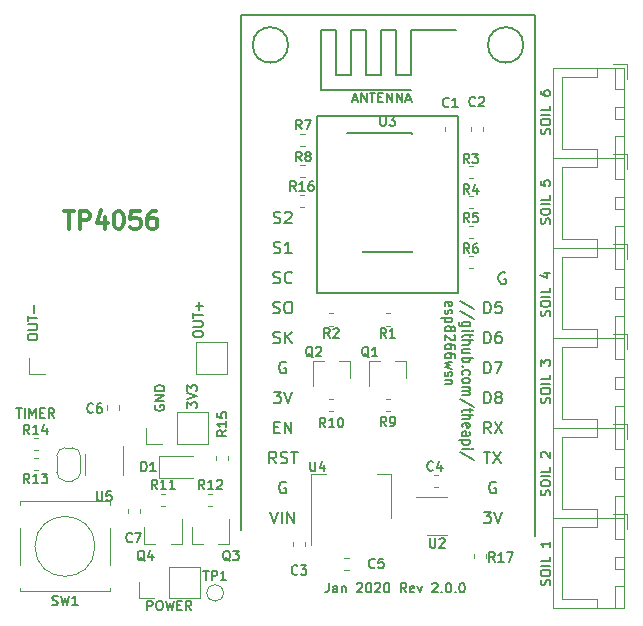
<source format=gto>
G04 #@! TF.GenerationSoftware,KiCad,Pcbnew,5.0.2-bee76a0~70~ubuntu16.04.1*
G04 #@! TF.CreationDate,2020-01-21T09:58:17+00:00*
G04 #@! TF.ProjectId,transmitter,7472616e-736d-4697-9474-65722e6b6963,2.0.0*
G04 #@! TF.SameCoordinates,Original*
G04 #@! TF.FileFunction,Legend,Top*
G04 #@! TF.FilePolarity,Positive*
%FSLAX46Y46*%
G04 Gerber Fmt 4.6, Leading zero omitted, Abs format (unit mm)*
G04 Created by KiCad (PCBNEW 5.0.2-bee76a0~70~ubuntu16.04.1) date Tue 21 Jan 2020 09:58:17 GMT*
%MOMM*%
%LPD*%
G01*
G04 APERTURE LIST*
%ADD10C,0.150000*%
%ADD11C,0.300000*%
%ADD12C,0.120000*%
G04 APERTURE END LIST*
D10*
X117181904Y-94206904D02*
X117639047Y-94206904D01*
X117410476Y-95006904D02*
X117410476Y-94206904D01*
X117905714Y-95006904D02*
X117905714Y-94206904D01*
X118286666Y-95006904D02*
X118286666Y-94206904D01*
X118553333Y-94778333D01*
X118820000Y-94206904D01*
X118820000Y-95006904D01*
X119200952Y-94587857D02*
X119467619Y-94587857D01*
X119581904Y-95006904D02*
X119200952Y-95006904D01*
X119200952Y-94206904D01*
X119581904Y-94206904D01*
X120381904Y-95006904D02*
X120115238Y-94625952D01*
X119924761Y-95006904D02*
X119924761Y-94206904D01*
X120229523Y-94206904D01*
X120305714Y-94245000D01*
X120343809Y-94283095D01*
X120381904Y-94359285D01*
X120381904Y-94473571D01*
X120343809Y-94549761D01*
X120305714Y-94587857D01*
X120229523Y-94625952D01*
X119924761Y-94625952D01*
X143636547Y-109006904D02*
X143636547Y-109578333D01*
X143598452Y-109692619D01*
X143522261Y-109768809D01*
X143407976Y-109806904D01*
X143331785Y-109806904D01*
X144360357Y-109806904D02*
X144360357Y-109387857D01*
X144322261Y-109311666D01*
X144246071Y-109273571D01*
X144093690Y-109273571D01*
X144017500Y-109311666D01*
X144360357Y-109768809D02*
X144284166Y-109806904D01*
X144093690Y-109806904D01*
X144017500Y-109768809D01*
X143979404Y-109692619D01*
X143979404Y-109616428D01*
X144017500Y-109540238D01*
X144093690Y-109502142D01*
X144284166Y-109502142D01*
X144360357Y-109464047D01*
X144741309Y-109273571D02*
X144741309Y-109806904D01*
X144741309Y-109349761D02*
X144779404Y-109311666D01*
X144855595Y-109273571D01*
X144969880Y-109273571D01*
X145046071Y-109311666D01*
X145084166Y-109387857D01*
X145084166Y-109806904D01*
X146036547Y-109083095D02*
X146074642Y-109045000D01*
X146150833Y-109006904D01*
X146341309Y-109006904D01*
X146417500Y-109045000D01*
X146455595Y-109083095D01*
X146493690Y-109159285D01*
X146493690Y-109235476D01*
X146455595Y-109349761D01*
X145998452Y-109806904D01*
X146493690Y-109806904D01*
X146988928Y-109006904D02*
X147065119Y-109006904D01*
X147141309Y-109045000D01*
X147179404Y-109083095D01*
X147217500Y-109159285D01*
X147255595Y-109311666D01*
X147255595Y-109502142D01*
X147217500Y-109654523D01*
X147179404Y-109730714D01*
X147141309Y-109768809D01*
X147065119Y-109806904D01*
X146988928Y-109806904D01*
X146912738Y-109768809D01*
X146874642Y-109730714D01*
X146836547Y-109654523D01*
X146798452Y-109502142D01*
X146798452Y-109311666D01*
X146836547Y-109159285D01*
X146874642Y-109083095D01*
X146912738Y-109045000D01*
X146988928Y-109006904D01*
X147560357Y-109083095D02*
X147598452Y-109045000D01*
X147674642Y-109006904D01*
X147865119Y-109006904D01*
X147941309Y-109045000D01*
X147979404Y-109083095D01*
X148017500Y-109159285D01*
X148017500Y-109235476D01*
X147979404Y-109349761D01*
X147522261Y-109806904D01*
X148017500Y-109806904D01*
X148512738Y-109006904D02*
X148588928Y-109006904D01*
X148665119Y-109045000D01*
X148703214Y-109083095D01*
X148741309Y-109159285D01*
X148779404Y-109311666D01*
X148779404Y-109502142D01*
X148741309Y-109654523D01*
X148703214Y-109730714D01*
X148665119Y-109768809D01*
X148588928Y-109806904D01*
X148512738Y-109806904D01*
X148436547Y-109768809D01*
X148398452Y-109730714D01*
X148360357Y-109654523D01*
X148322261Y-109502142D01*
X148322261Y-109311666D01*
X148360357Y-109159285D01*
X148398452Y-109083095D01*
X148436547Y-109045000D01*
X148512738Y-109006904D01*
X150188928Y-109806904D02*
X149922261Y-109425952D01*
X149731785Y-109806904D02*
X149731785Y-109006904D01*
X150036547Y-109006904D01*
X150112738Y-109045000D01*
X150150833Y-109083095D01*
X150188928Y-109159285D01*
X150188928Y-109273571D01*
X150150833Y-109349761D01*
X150112738Y-109387857D01*
X150036547Y-109425952D01*
X149731785Y-109425952D01*
X150836547Y-109768809D02*
X150760357Y-109806904D01*
X150607976Y-109806904D01*
X150531785Y-109768809D01*
X150493690Y-109692619D01*
X150493690Y-109387857D01*
X150531785Y-109311666D01*
X150607976Y-109273571D01*
X150760357Y-109273571D01*
X150836547Y-109311666D01*
X150874642Y-109387857D01*
X150874642Y-109464047D01*
X150493690Y-109540238D01*
X151141309Y-109273571D02*
X151331785Y-109806904D01*
X151522261Y-109273571D01*
X152398452Y-109083095D02*
X152436547Y-109045000D01*
X152512738Y-109006904D01*
X152703214Y-109006904D01*
X152779404Y-109045000D01*
X152817500Y-109083095D01*
X152855595Y-109159285D01*
X152855595Y-109235476D01*
X152817500Y-109349761D01*
X152360357Y-109806904D01*
X152855595Y-109806904D01*
X153198452Y-109730714D02*
X153236547Y-109768809D01*
X153198452Y-109806904D01*
X153160357Y-109768809D01*
X153198452Y-109730714D01*
X153198452Y-109806904D01*
X153731785Y-109006904D02*
X153807976Y-109006904D01*
X153884166Y-109045000D01*
X153922261Y-109083095D01*
X153960357Y-109159285D01*
X153998452Y-109311666D01*
X153998452Y-109502142D01*
X153960357Y-109654523D01*
X153922261Y-109730714D01*
X153884166Y-109768809D01*
X153807976Y-109806904D01*
X153731785Y-109806904D01*
X153655595Y-109768809D01*
X153617500Y-109730714D01*
X153579404Y-109654523D01*
X153541309Y-109502142D01*
X153541309Y-109311666D01*
X153579404Y-109159285D01*
X153617500Y-109083095D01*
X153655595Y-109045000D01*
X153731785Y-109006904D01*
X154341309Y-109730714D02*
X154379404Y-109768809D01*
X154341309Y-109806904D01*
X154303214Y-109768809D01*
X154341309Y-109730714D01*
X154341309Y-109806904D01*
X154874642Y-109006904D02*
X154950833Y-109006904D01*
X155027023Y-109045000D01*
X155065119Y-109083095D01*
X155103214Y-109159285D01*
X155141309Y-109311666D01*
X155141309Y-109502142D01*
X155103214Y-109654523D01*
X155065119Y-109730714D01*
X155027023Y-109768809D01*
X154950833Y-109806904D01*
X154874642Y-109806904D01*
X154798452Y-109768809D01*
X154760357Y-109730714D01*
X154722261Y-109654523D01*
X154684166Y-109502142D01*
X154684166Y-109311666D01*
X154722261Y-109159285D01*
X154760357Y-109083095D01*
X154798452Y-109045000D01*
X154874642Y-109006904D01*
X145662857Y-68078333D02*
X146043809Y-68078333D01*
X145586666Y-68306904D02*
X145853333Y-67506904D01*
X146120000Y-68306904D01*
X146386666Y-68306904D02*
X146386666Y-67506904D01*
X146843809Y-68306904D01*
X146843809Y-67506904D01*
X147110476Y-67506904D02*
X147567619Y-67506904D01*
X147339047Y-68306904D02*
X147339047Y-67506904D01*
X147834285Y-67887857D02*
X148100952Y-67887857D01*
X148215238Y-68306904D02*
X147834285Y-68306904D01*
X147834285Y-67506904D01*
X148215238Y-67506904D01*
X148558095Y-68306904D02*
X148558095Y-67506904D01*
X149015238Y-68306904D01*
X149015238Y-67506904D01*
X149396190Y-68306904D02*
X149396190Y-67506904D01*
X149853333Y-68306904D01*
X149853333Y-67506904D01*
X150196190Y-68078333D02*
X150577142Y-68078333D01*
X150120000Y-68306904D02*
X150386666Y-67506904D01*
X150653333Y-68306904D01*
X155905714Y-85804404D02*
X154748571Y-85118690D01*
X155905714Y-86642500D02*
X154748571Y-85956785D01*
X155562857Y-87252023D02*
X154834285Y-87252023D01*
X154748571Y-87213928D01*
X154705714Y-87175833D01*
X154662857Y-87099642D01*
X154662857Y-86985357D01*
X154705714Y-86909166D01*
X155005714Y-87252023D02*
X154962857Y-87175833D01*
X154962857Y-87023452D01*
X155005714Y-86947261D01*
X155048571Y-86909166D01*
X155134285Y-86871071D01*
X155391428Y-86871071D01*
X155477142Y-86909166D01*
X155520000Y-86947261D01*
X155562857Y-87023452D01*
X155562857Y-87175833D01*
X155520000Y-87252023D01*
X154962857Y-87632976D02*
X155562857Y-87632976D01*
X155862857Y-87632976D02*
X155820000Y-87594880D01*
X155777142Y-87632976D01*
X155820000Y-87671071D01*
X155862857Y-87632976D01*
X155777142Y-87632976D01*
X155562857Y-87899642D02*
X155562857Y-88204404D01*
X155862857Y-88013928D02*
X155091428Y-88013928D01*
X155005714Y-88052023D01*
X154962857Y-88128214D01*
X154962857Y-88204404D01*
X154962857Y-88471071D02*
X155862857Y-88471071D01*
X154962857Y-88813928D02*
X155434285Y-88813928D01*
X155520000Y-88775833D01*
X155562857Y-88699642D01*
X155562857Y-88585357D01*
X155520000Y-88509166D01*
X155477142Y-88471071D01*
X155562857Y-89537738D02*
X154962857Y-89537738D01*
X155562857Y-89194880D02*
X155091428Y-89194880D01*
X155005714Y-89232976D01*
X154962857Y-89309166D01*
X154962857Y-89423452D01*
X155005714Y-89499642D01*
X155048571Y-89537738D01*
X154962857Y-89918690D02*
X155862857Y-89918690D01*
X155520000Y-89918690D02*
X155562857Y-89994880D01*
X155562857Y-90147261D01*
X155520000Y-90223452D01*
X155477142Y-90261547D01*
X155391428Y-90299642D01*
X155134285Y-90299642D01*
X155048571Y-90261547D01*
X155005714Y-90223452D01*
X154962857Y-90147261D01*
X154962857Y-89994880D01*
X155005714Y-89918690D01*
X155048571Y-90642500D02*
X155005714Y-90680595D01*
X154962857Y-90642500D01*
X155005714Y-90604404D01*
X155048571Y-90642500D01*
X154962857Y-90642500D01*
X155005714Y-91366309D02*
X154962857Y-91290119D01*
X154962857Y-91137738D01*
X155005714Y-91061547D01*
X155048571Y-91023452D01*
X155134285Y-90985357D01*
X155391428Y-90985357D01*
X155477142Y-91023452D01*
X155520000Y-91061547D01*
X155562857Y-91137738D01*
X155562857Y-91290119D01*
X155520000Y-91366309D01*
X154962857Y-91823452D02*
X155005714Y-91747261D01*
X155048571Y-91709166D01*
X155134285Y-91671071D01*
X155391428Y-91671071D01*
X155477142Y-91709166D01*
X155520000Y-91747261D01*
X155562857Y-91823452D01*
X155562857Y-91937738D01*
X155520000Y-92013928D01*
X155477142Y-92052023D01*
X155391428Y-92090119D01*
X155134285Y-92090119D01*
X155048571Y-92052023D01*
X155005714Y-92013928D01*
X154962857Y-91937738D01*
X154962857Y-91823452D01*
X154962857Y-92432976D02*
X155562857Y-92432976D01*
X155477142Y-92432976D02*
X155520000Y-92471071D01*
X155562857Y-92547261D01*
X155562857Y-92661547D01*
X155520000Y-92737738D01*
X155434285Y-92775833D01*
X154962857Y-92775833D01*
X155434285Y-92775833D02*
X155520000Y-92813928D01*
X155562857Y-92890119D01*
X155562857Y-93004404D01*
X155520000Y-93080595D01*
X155434285Y-93118690D01*
X154962857Y-93118690D01*
X155905714Y-94071071D02*
X154748571Y-93385357D01*
X155562857Y-94223452D02*
X155562857Y-94528214D01*
X155862857Y-94337738D02*
X155091428Y-94337738D01*
X155005714Y-94375833D01*
X154962857Y-94452023D01*
X154962857Y-94528214D01*
X154962857Y-94794880D02*
X155862857Y-94794880D01*
X154962857Y-95137738D02*
X155434285Y-95137738D01*
X155520000Y-95099642D01*
X155562857Y-95023452D01*
X155562857Y-94909166D01*
X155520000Y-94832976D01*
X155477142Y-94794880D01*
X155005714Y-95823452D02*
X154962857Y-95747261D01*
X154962857Y-95594880D01*
X155005714Y-95518690D01*
X155091428Y-95480595D01*
X155434285Y-95480595D01*
X155520000Y-95518690D01*
X155562857Y-95594880D01*
X155562857Y-95747261D01*
X155520000Y-95823452D01*
X155434285Y-95861547D01*
X155348571Y-95861547D01*
X155262857Y-95480595D01*
X154962857Y-96547261D02*
X155434285Y-96547261D01*
X155520000Y-96509166D01*
X155562857Y-96432976D01*
X155562857Y-96280595D01*
X155520000Y-96204404D01*
X155005714Y-96547261D02*
X154962857Y-96471071D01*
X154962857Y-96280595D01*
X155005714Y-96204404D01*
X155091428Y-96166309D01*
X155177142Y-96166309D01*
X155262857Y-96204404D01*
X155305714Y-96280595D01*
X155305714Y-96471071D01*
X155348571Y-96547261D01*
X155562857Y-96928214D02*
X154662857Y-96928214D01*
X155520000Y-96928214D02*
X155562857Y-97004404D01*
X155562857Y-97156785D01*
X155520000Y-97232976D01*
X155477142Y-97271071D01*
X155391428Y-97309166D01*
X155134285Y-97309166D01*
X155048571Y-97271071D01*
X155005714Y-97232976D01*
X154962857Y-97156785D01*
X154962857Y-97004404D01*
X155005714Y-96928214D01*
X154962857Y-97652023D02*
X155562857Y-97652023D01*
X155862857Y-97652023D02*
X155820000Y-97613928D01*
X155777142Y-97652023D01*
X155820000Y-97690119D01*
X155862857Y-97652023D01*
X155777142Y-97652023D01*
X155905714Y-98604404D02*
X154748571Y-97918690D01*
X153505714Y-85537738D02*
X153462857Y-85461547D01*
X153462857Y-85309166D01*
X153505714Y-85232976D01*
X153591428Y-85194880D01*
X153934285Y-85194880D01*
X154020000Y-85232976D01*
X154062857Y-85309166D01*
X154062857Y-85461547D01*
X154020000Y-85537738D01*
X153934285Y-85575833D01*
X153848571Y-85575833D01*
X153762857Y-85194880D01*
X153505714Y-85880595D02*
X153462857Y-85956785D01*
X153462857Y-86109166D01*
X153505714Y-86185357D01*
X153591428Y-86223452D01*
X153634285Y-86223452D01*
X153720000Y-86185357D01*
X153762857Y-86109166D01*
X153762857Y-85994880D01*
X153805714Y-85918690D01*
X153891428Y-85880595D01*
X153934285Y-85880595D01*
X154020000Y-85918690D01*
X154062857Y-85994880D01*
X154062857Y-86109166D01*
X154020000Y-86185357D01*
X154062857Y-86566309D02*
X153162857Y-86566309D01*
X154020000Y-86566309D02*
X154062857Y-86642500D01*
X154062857Y-86794880D01*
X154020000Y-86871071D01*
X153977142Y-86909166D01*
X153891428Y-86947261D01*
X153634285Y-86947261D01*
X153548571Y-86909166D01*
X153505714Y-86871071D01*
X153462857Y-86794880D01*
X153462857Y-86642500D01*
X153505714Y-86566309D01*
X153977142Y-87404404D02*
X154020000Y-87328214D01*
X154062857Y-87290119D01*
X154148571Y-87252023D01*
X154191428Y-87252023D01*
X154277142Y-87290119D01*
X154320000Y-87328214D01*
X154362857Y-87404404D01*
X154362857Y-87556785D01*
X154320000Y-87632976D01*
X154277142Y-87671071D01*
X154191428Y-87709166D01*
X154148571Y-87709166D01*
X154062857Y-87671071D01*
X154020000Y-87632976D01*
X153977142Y-87556785D01*
X153977142Y-87404404D01*
X153934285Y-87328214D01*
X153891428Y-87290119D01*
X153805714Y-87252023D01*
X153634285Y-87252023D01*
X153548571Y-87290119D01*
X153505714Y-87328214D01*
X153462857Y-87404404D01*
X153462857Y-87556785D01*
X153505714Y-87632976D01*
X153548571Y-87671071D01*
X153634285Y-87709166D01*
X153805714Y-87709166D01*
X153891428Y-87671071D01*
X153934285Y-87632976D01*
X153977142Y-87556785D01*
X154277142Y-88013928D02*
X154320000Y-88052023D01*
X154362857Y-88128214D01*
X154362857Y-88318690D01*
X154320000Y-88394880D01*
X154277142Y-88432976D01*
X154191428Y-88471071D01*
X154105714Y-88471071D01*
X153977142Y-88432976D01*
X153462857Y-87975833D01*
X153462857Y-88471071D01*
X154362857Y-89156785D02*
X154362857Y-89004404D01*
X154320000Y-88928214D01*
X154277142Y-88890119D01*
X154148571Y-88813928D01*
X153977142Y-88775833D01*
X153634285Y-88775833D01*
X153548571Y-88813928D01*
X153505714Y-88852023D01*
X153462857Y-88928214D01*
X153462857Y-89080595D01*
X153505714Y-89156785D01*
X153548571Y-89194880D01*
X153634285Y-89232976D01*
X153848571Y-89232976D01*
X153934285Y-89194880D01*
X153977142Y-89156785D01*
X154020000Y-89080595D01*
X154020000Y-88928214D01*
X153977142Y-88852023D01*
X153934285Y-88813928D01*
X153848571Y-88775833D01*
X154362857Y-89918690D02*
X154362857Y-89766309D01*
X154320000Y-89690119D01*
X154277142Y-89652023D01*
X154148571Y-89575833D01*
X153977142Y-89537738D01*
X153634285Y-89537738D01*
X153548571Y-89575833D01*
X153505714Y-89613928D01*
X153462857Y-89690119D01*
X153462857Y-89842500D01*
X153505714Y-89918690D01*
X153548571Y-89956785D01*
X153634285Y-89994880D01*
X153848571Y-89994880D01*
X153934285Y-89956785D01*
X153977142Y-89918690D01*
X154020000Y-89842500D01*
X154020000Y-89690119D01*
X153977142Y-89613928D01*
X153934285Y-89575833D01*
X153848571Y-89537738D01*
X154062857Y-90261547D02*
X153462857Y-90413928D01*
X153891428Y-90566309D01*
X153462857Y-90718690D01*
X154062857Y-90871071D01*
X153505714Y-91137738D02*
X153462857Y-91213928D01*
X153462857Y-91366309D01*
X153505714Y-91442500D01*
X153591428Y-91480595D01*
X153634285Y-91480595D01*
X153720000Y-91442500D01*
X153762857Y-91366309D01*
X153762857Y-91252023D01*
X153805714Y-91175833D01*
X153891428Y-91137738D01*
X153934285Y-91137738D01*
X154020000Y-91175833D01*
X154062857Y-91252023D01*
X154062857Y-91366309D01*
X154020000Y-91442500D01*
X154062857Y-91823452D02*
X153462857Y-91823452D01*
X153977142Y-91823452D02*
X154020000Y-91861547D01*
X154062857Y-91937738D01*
X154062857Y-92052023D01*
X154020000Y-92128214D01*
X153934285Y-92166309D01*
X153462857Y-92166309D01*
X162343809Y-70992619D02*
X162381904Y-70878333D01*
X162381904Y-70687857D01*
X162343809Y-70611666D01*
X162305714Y-70573571D01*
X162229523Y-70535476D01*
X162153333Y-70535476D01*
X162077142Y-70573571D01*
X162039047Y-70611666D01*
X162000952Y-70687857D01*
X161962857Y-70840238D01*
X161924761Y-70916428D01*
X161886666Y-70954523D01*
X161810476Y-70992619D01*
X161734285Y-70992619D01*
X161658095Y-70954523D01*
X161620000Y-70916428D01*
X161581904Y-70840238D01*
X161581904Y-70649761D01*
X161620000Y-70535476D01*
X161581904Y-70040238D02*
X161581904Y-69887857D01*
X161620000Y-69811666D01*
X161696190Y-69735476D01*
X161848571Y-69697380D01*
X162115238Y-69697380D01*
X162267619Y-69735476D01*
X162343809Y-69811666D01*
X162381904Y-69887857D01*
X162381904Y-70040238D01*
X162343809Y-70116428D01*
X162267619Y-70192619D01*
X162115238Y-70230714D01*
X161848571Y-70230714D01*
X161696190Y-70192619D01*
X161620000Y-70116428D01*
X161581904Y-70040238D01*
X162381904Y-69354523D02*
X161581904Y-69354523D01*
X162381904Y-68592619D02*
X162381904Y-68973571D01*
X161581904Y-68973571D01*
X161581904Y-67373571D02*
X161581904Y-67525952D01*
X161620000Y-67602142D01*
X161658095Y-67640238D01*
X161772380Y-67716428D01*
X161924761Y-67754523D01*
X162229523Y-67754523D01*
X162305714Y-67716428D01*
X162343809Y-67678333D01*
X162381904Y-67602142D01*
X162381904Y-67449761D01*
X162343809Y-67373571D01*
X162305714Y-67335476D01*
X162229523Y-67297380D01*
X162039047Y-67297380D01*
X161962857Y-67335476D01*
X161924761Y-67373571D01*
X161886666Y-67449761D01*
X161886666Y-67602142D01*
X161924761Y-67678333D01*
X161962857Y-67716428D01*
X162039047Y-67754523D01*
X162343809Y-78592619D02*
X162381904Y-78478333D01*
X162381904Y-78287857D01*
X162343809Y-78211666D01*
X162305714Y-78173571D01*
X162229523Y-78135476D01*
X162153333Y-78135476D01*
X162077142Y-78173571D01*
X162039047Y-78211666D01*
X162000952Y-78287857D01*
X161962857Y-78440238D01*
X161924761Y-78516428D01*
X161886666Y-78554523D01*
X161810476Y-78592619D01*
X161734285Y-78592619D01*
X161658095Y-78554523D01*
X161620000Y-78516428D01*
X161581904Y-78440238D01*
X161581904Y-78249761D01*
X161620000Y-78135476D01*
X161581904Y-77640238D02*
X161581904Y-77487857D01*
X161620000Y-77411666D01*
X161696190Y-77335476D01*
X161848571Y-77297380D01*
X162115238Y-77297380D01*
X162267619Y-77335476D01*
X162343809Y-77411666D01*
X162381904Y-77487857D01*
X162381904Y-77640238D01*
X162343809Y-77716428D01*
X162267619Y-77792619D01*
X162115238Y-77830714D01*
X161848571Y-77830714D01*
X161696190Y-77792619D01*
X161620000Y-77716428D01*
X161581904Y-77640238D01*
X162381904Y-76954523D02*
X161581904Y-76954523D01*
X162381904Y-76192619D02*
X162381904Y-76573571D01*
X161581904Y-76573571D01*
X161581904Y-74935476D02*
X161581904Y-75316428D01*
X161962857Y-75354523D01*
X161924761Y-75316428D01*
X161886666Y-75240238D01*
X161886666Y-75049761D01*
X161924761Y-74973571D01*
X161962857Y-74935476D01*
X162039047Y-74897380D01*
X162229523Y-74897380D01*
X162305714Y-74935476D01*
X162343809Y-74973571D01*
X162381904Y-75049761D01*
X162381904Y-75240238D01*
X162343809Y-75316428D01*
X162305714Y-75354523D01*
X162343809Y-86392619D02*
X162381904Y-86278333D01*
X162381904Y-86087857D01*
X162343809Y-86011666D01*
X162305714Y-85973571D01*
X162229523Y-85935476D01*
X162153333Y-85935476D01*
X162077142Y-85973571D01*
X162039047Y-86011666D01*
X162000952Y-86087857D01*
X161962857Y-86240238D01*
X161924761Y-86316428D01*
X161886666Y-86354523D01*
X161810476Y-86392619D01*
X161734285Y-86392619D01*
X161658095Y-86354523D01*
X161620000Y-86316428D01*
X161581904Y-86240238D01*
X161581904Y-86049761D01*
X161620000Y-85935476D01*
X161581904Y-85440238D02*
X161581904Y-85287857D01*
X161620000Y-85211666D01*
X161696190Y-85135476D01*
X161848571Y-85097380D01*
X162115238Y-85097380D01*
X162267619Y-85135476D01*
X162343809Y-85211666D01*
X162381904Y-85287857D01*
X162381904Y-85440238D01*
X162343809Y-85516428D01*
X162267619Y-85592619D01*
X162115238Y-85630714D01*
X161848571Y-85630714D01*
X161696190Y-85592619D01*
X161620000Y-85516428D01*
X161581904Y-85440238D01*
X162381904Y-84754523D02*
X161581904Y-84754523D01*
X162381904Y-83992619D02*
X162381904Y-84373571D01*
X161581904Y-84373571D01*
X161848571Y-82773571D02*
X162381904Y-82773571D01*
X161543809Y-82964047D02*
X162115238Y-83154523D01*
X162115238Y-82659285D01*
X162343809Y-93792619D02*
X162381904Y-93678333D01*
X162381904Y-93487857D01*
X162343809Y-93411666D01*
X162305714Y-93373571D01*
X162229523Y-93335476D01*
X162153333Y-93335476D01*
X162077142Y-93373571D01*
X162039047Y-93411666D01*
X162000952Y-93487857D01*
X161962857Y-93640238D01*
X161924761Y-93716428D01*
X161886666Y-93754523D01*
X161810476Y-93792619D01*
X161734285Y-93792619D01*
X161658095Y-93754523D01*
X161620000Y-93716428D01*
X161581904Y-93640238D01*
X161581904Y-93449761D01*
X161620000Y-93335476D01*
X161581904Y-92840238D02*
X161581904Y-92687857D01*
X161620000Y-92611666D01*
X161696190Y-92535476D01*
X161848571Y-92497380D01*
X162115238Y-92497380D01*
X162267619Y-92535476D01*
X162343809Y-92611666D01*
X162381904Y-92687857D01*
X162381904Y-92840238D01*
X162343809Y-92916428D01*
X162267619Y-92992619D01*
X162115238Y-93030714D01*
X161848571Y-93030714D01*
X161696190Y-92992619D01*
X161620000Y-92916428D01*
X161581904Y-92840238D01*
X162381904Y-92154523D02*
X161581904Y-92154523D01*
X162381904Y-91392619D02*
X162381904Y-91773571D01*
X161581904Y-91773571D01*
X161581904Y-90592619D02*
X161581904Y-90097380D01*
X161886666Y-90364047D01*
X161886666Y-90249761D01*
X161924761Y-90173571D01*
X161962857Y-90135476D01*
X162039047Y-90097380D01*
X162229523Y-90097380D01*
X162305714Y-90135476D01*
X162343809Y-90173571D01*
X162381904Y-90249761D01*
X162381904Y-90478333D01*
X162343809Y-90554523D01*
X162305714Y-90592619D01*
X162343809Y-101592619D02*
X162381904Y-101478333D01*
X162381904Y-101287857D01*
X162343809Y-101211666D01*
X162305714Y-101173571D01*
X162229523Y-101135476D01*
X162153333Y-101135476D01*
X162077142Y-101173571D01*
X162039047Y-101211666D01*
X162000952Y-101287857D01*
X161962857Y-101440238D01*
X161924761Y-101516428D01*
X161886666Y-101554523D01*
X161810476Y-101592619D01*
X161734285Y-101592619D01*
X161658095Y-101554523D01*
X161620000Y-101516428D01*
X161581904Y-101440238D01*
X161581904Y-101249761D01*
X161620000Y-101135476D01*
X161581904Y-100640238D02*
X161581904Y-100487857D01*
X161620000Y-100411666D01*
X161696190Y-100335476D01*
X161848571Y-100297380D01*
X162115238Y-100297380D01*
X162267619Y-100335476D01*
X162343809Y-100411666D01*
X162381904Y-100487857D01*
X162381904Y-100640238D01*
X162343809Y-100716428D01*
X162267619Y-100792619D01*
X162115238Y-100830714D01*
X161848571Y-100830714D01*
X161696190Y-100792619D01*
X161620000Y-100716428D01*
X161581904Y-100640238D01*
X162381904Y-99954523D02*
X161581904Y-99954523D01*
X162381904Y-99192619D02*
X162381904Y-99573571D01*
X161581904Y-99573571D01*
X161658095Y-98354523D02*
X161620000Y-98316428D01*
X161581904Y-98240238D01*
X161581904Y-98049761D01*
X161620000Y-97973571D01*
X161658095Y-97935476D01*
X161734285Y-97897380D01*
X161810476Y-97897380D01*
X161924761Y-97935476D01*
X162381904Y-98392619D01*
X162381904Y-97897380D01*
X162343809Y-109192619D02*
X162381904Y-109078333D01*
X162381904Y-108887857D01*
X162343809Y-108811666D01*
X162305714Y-108773571D01*
X162229523Y-108735476D01*
X162153333Y-108735476D01*
X162077142Y-108773571D01*
X162039047Y-108811666D01*
X162000952Y-108887857D01*
X161962857Y-109040238D01*
X161924761Y-109116428D01*
X161886666Y-109154523D01*
X161810476Y-109192619D01*
X161734285Y-109192619D01*
X161658095Y-109154523D01*
X161620000Y-109116428D01*
X161581904Y-109040238D01*
X161581904Y-108849761D01*
X161620000Y-108735476D01*
X161581904Y-108240238D02*
X161581904Y-108087857D01*
X161620000Y-108011666D01*
X161696190Y-107935476D01*
X161848571Y-107897380D01*
X162115238Y-107897380D01*
X162267619Y-107935476D01*
X162343809Y-108011666D01*
X162381904Y-108087857D01*
X162381904Y-108240238D01*
X162343809Y-108316428D01*
X162267619Y-108392619D01*
X162115238Y-108430714D01*
X161848571Y-108430714D01*
X161696190Y-108392619D01*
X161620000Y-108316428D01*
X161581904Y-108240238D01*
X162381904Y-107554523D02*
X161581904Y-107554523D01*
X162381904Y-106792619D02*
X162381904Y-107173571D01*
X161581904Y-107173571D01*
X162381904Y-105497380D02*
X162381904Y-105954523D01*
X162381904Y-105725952D02*
X161581904Y-105725952D01*
X161696190Y-105802142D01*
X161772380Y-105878333D01*
X161810476Y-105954523D01*
X118181904Y-88240238D02*
X118181904Y-88087857D01*
X118220000Y-88011666D01*
X118296190Y-87935476D01*
X118448571Y-87897380D01*
X118715238Y-87897380D01*
X118867619Y-87935476D01*
X118943809Y-88011666D01*
X118981904Y-88087857D01*
X118981904Y-88240238D01*
X118943809Y-88316428D01*
X118867619Y-88392619D01*
X118715238Y-88430714D01*
X118448571Y-88430714D01*
X118296190Y-88392619D01*
X118220000Y-88316428D01*
X118181904Y-88240238D01*
X118181904Y-87554523D02*
X118829523Y-87554523D01*
X118905714Y-87516428D01*
X118943809Y-87478333D01*
X118981904Y-87402142D01*
X118981904Y-87249761D01*
X118943809Y-87173571D01*
X118905714Y-87135476D01*
X118829523Y-87097380D01*
X118181904Y-87097380D01*
X118181904Y-86830714D02*
X118181904Y-86373571D01*
X118981904Y-86602142D02*
X118181904Y-86602142D01*
X118677142Y-86106904D02*
X118677142Y-85497380D01*
X132181904Y-87990238D02*
X132181904Y-87837857D01*
X132220000Y-87761666D01*
X132296190Y-87685476D01*
X132448571Y-87647380D01*
X132715238Y-87647380D01*
X132867619Y-87685476D01*
X132943809Y-87761666D01*
X132981904Y-87837857D01*
X132981904Y-87990238D01*
X132943809Y-88066428D01*
X132867619Y-88142619D01*
X132715238Y-88180714D01*
X132448571Y-88180714D01*
X132296190Y-88142619D01*
X132220000Y-88066428D01*
X132181904Y-87990238D01*
X132181904Y-87304523D02*
X132829523Y-87304523D01*
X132905714Y-87266428D01*
X132943809Y-87228333D01*
X132981904Y-87152142D01*
X132981904Y-86999761D01*
X132943809Y-86923571D01*
X132905714Y-86885476D01*
X132829523Y-86847380D01*
X132181904Y-86847380D01*
X132181904Y-86580714D02*
X132181904Y-86123571D01*
X132981904Y-86352142D02*
X132181904Y-86352142D01*
X132677142Y-85856904D02*
X132677142Y-85247380D01*
X132981904Y-85552142D02*
X132372380Y-85552142D01*
X128272380Y-111306904D02*
X128272380Y-110506904D01*
X128577142Y-110506904D01*
X128653333Y-110545000D01*
X128691428Y-110583095D01*
X128729523Y-110659285D01*
X128729523Y-110773571D01*
X128691428Y-110849761D01*
X128653333Y-110887857D01*
X128577142Y-110925952D01*
X128272380Y-110925952D01*
X129224761Y-110506904D02*
X129377142Y-110506904D01*
X129453333Y-110545000D01*
X129529523Y-110621190D01*
X129567619Y-110773571D01*
X129567619Y-111040238D01*
X129529523Y-111192619D01*
X129453333Y-111268809D01*
X129377142Y-111306904D01*
X129224761Y-111306904D01*
X129148571Y-111268809D01*
X129072380Y-111192619D01*
X129034285Y-111040238D01*
X129034285Y-110773571D01*
X129072380Y-110621190D01*
X129148571Y-110545000D01*
X129224761Y-110506904D01*
X129834285Y-110506904D02*
X130024761Y-111306904D01*
X130177142Y-110735476D01*
X130329523Y-111306904D01*
X130520000Y-110506904D01*
X130824761Y-110887857D02*
X131091428Y-110887857D01*
X131205714Y-111306904D02*
X130824761Y-111306904D01*
X130824761Y-110506904D01*
X131205714Y-110506904D01*
X132005714Y-111306904D02*
X131739047Y-110925952D01*
X131548571Y-111306904D02*
X131548571Y-110506904D01*
X131853333Y-110506904D01*
X131929523Y-110545000D01*
X131967619Y-110583095D01*
X132005714Y-110659285D01*
X132005714Y-110773571D01*
X131967619Y-110849761D01*
X131929523Y-110887857D01*
X131853333Y-110925952D01*
X131548571Y-110925952D01*
X128970000Y-93954523D02*
X128931904Y-94030714D01*
X128931904Y-94145000D01*
X128970000Y-94259285D01*
X129046190Y-94335476D01*
X129122380Y-94373571D01*
X129274761Y-94411666D01*
X129389047Y-94411666D01*
X129541428Y-94373571D01*
X129617619Y-94335476D01*
X129693809Y-94259285D01*
X129731904Y-94145000D01*
X129731904Y-94068809D01*
X129693809Y-93954523D01*
X129655714Y-93916428D01*
X129389047Y-93916428D01*
X129389047Y-94068809D01*
X129731904Y-93573571D02*
X128931904Y-93573571D01*
X129731904Y-93116428D01*
X128931904Y-93116428D01*
X129731904Y-92735476D02*
X128931904Y-92735476D01*
X128931904Y-92545000D01*
X128970000Y-92430714D01*
X129046190Y-92354523D01*
X129122380Y-92316428D01*
X129274761Y-92278333D01*
X129389047Y-92278333D01*
X129541428Y-92316428D01*
X129617619Y-92354523D01*
X129693809Y-92430714D01*
X129731904Y-92545000D01*
X129731904Y-92735476D01*
X131681904Y-94185476D02*
X131681904Y-93690238D01*
X131986666Y-93956904D01*
X131986666Y-93842619D01*
X132024761Y-93766428D01*
X132062857Y-93728333D01*
X132139047Y-93690238D01*
X132329523Y-93690238D01*
X132405714Y-93728333D01*
X132443809Y-93766428D01*
X132481904Y-93842619D01*
X132481904Y-94071190D01*
X132443809Y-94147380D01*
X132405714Y-94185476D01*
X131681904Y-93461666D02*
X132481904Y-93195000D01*
X131681904Y-92928333D01*
X131681904Y-92737857D02*
X131681904Y-92242619D01*
X131986666Y-92509285D01*
X131986666Y-92395000D01*
X132024761Y-92318809D01*
X132062857Y-92280714D01*
X132139047Y-92242619D01*
X132329523Y-92242619D01*
X132405714Y-92280714D01*
X132443809Y-92318809D01*
X132481904Y-92395000D01*
X132481904Y-92623571D01*
X132443809Y-92699761D01*
X132405714Y-92737857D01*
D11*
X121214285Y-77513571D02*
X122071428Y-77513571D01*
X121642857Y-79013571D02*
X121642857Y-77513571D01*
X122571428Y-79013571D02*
X122571428Y-77513571D01*
X123142857Y-77513571D01*
X123285714Y-77585000D01*
X123357142Y-77656428D01*
X123428571Y-77799285D01*
X123428571Y-78013571D01*
X123357142Y-78156428D01*
X123285714Y-78227857D01*
X123142857Y-78299285D01*
X122571428Y-78299285D01*
X124714285Y-78013571D02*
X124714285Y-79013571D01*
X124357142Y-77442142D02*
X124000000Y-78513571D01*
X124928571Y-78513571D01*
X125785714Y-77513571D02*
X125928571Y-77513571D01*
X126071428Y-77585000D01*
X126142857Y-77656428D01*
X126214285Y-77799285D01*
X126285714Y-78085000D01*
X126285714Y-78442142D01*
X126214285Y-78727857D01*
X126142857Y-78870714D01*
X126071428Y-78942142D01*
X125928571Y-79013571D01*
X125785714Y-79013571D01*
X125642857Y-78942142D01*
X125571428Y-78870714D01*
X125500000Y-78727857D01*
X125428571Y-78442142D01*
X125428571Y-78085000D01*
X125500000Y-77799285D01*
X125571428Y-77656428D01*
X125642857Y-77585000D01*
X125785714Y-77513571D01*
X127642857Y-77513571D02*
X126928571Y-77513571D01*
X126857142Y-78227857D01*
X126928571Y-78156428D01*
X127071428Y-78085000D01*
X127428571Y-78085000D01*
X127571428Y-78156428D01*
X127642857Y-78227857D01*
X127714285Y-78370714D01*
X127714285Y-78727857D01*
X127642857Y-78870714D01*
X127571428Y-78942142D01*
X127428571Y-79013571D01*
X127071428Y-79013571D01*
X126928571Y-78942142D01*
X126857142Y-78870714D01*
X129000000Y-77513571D02*
X128714285Y-77513571D01*
X128571428Y-77585000D01*
X128500000Y-77656428D01*
X128357142Y-77870714D01*
X128285714Y-78156428D01*
X128285714Y-78727857D01*
X128357142Y-78870714D01*
X128428571Y-78942142D01*
X128571428Y-79013571D01*
X128857142Y-79013571D01*
X129000000Y-78942142D01*
X129071428Y-78870714D01*
X129142857Y-78727857D01*
X129142857Y-78370714D01*
X129071428Y-78227857D01*
X129000000Y-78156428D01*
X128857142Y-78085000D01*
X128571428Y-78085000D01*
X128428571Y-78156428D01*
X128357142Y-78227857D01*
X128285714Y-78370714D01*
D12*
G04 #@! TO.C,U2*
X153670000Y-101745000D02*
X151070000Y-101745000D01*
X153670000Y-104945000D02*
X151970000Y-104945000D01*
D10*
G04 #@! TO.C,U1*
X142620000Y-69445000D02*
X154620000Y-69445000D01*
X154620000Y-69445000D02*
X154620000Y-84445000D01*
X154620000Y-84445000D02*
X142620000Y-84445000D01*
X142620000Y-84445000D02*
X142620000Y-69445000D01*
X150630000Y-67270000D02*
X143010000Y-67270000D01*
X143010000Y-67270000D02*
X143010000Y-62190000D01*
X143010000Y-62190000D02*
X144280000Y-62190000D01*
X144280000Y-62190000D02*
X144280000Y-66000000D01*
X144280000Y-66000000D02*
X145550000Y-66000000D01*
X145550000Y-66000000D02*
X145550000Y-62190000D01*
X145550000Y-62190000D02*
X146820000Y-62190000D01*
X146820000Y-62190000D02*
X146820000Y-66000000D01*
X146820000Y-66000000D02*
X148090000Y-66000000D01*
X148090000Y-66000000D02*
X148090000Y-62190000D01*
X148090000Y-62190000D02*
X149360000Y-62190000D01*
X149360000Y-62190000D02*
X149360000Y-66000000D01*
X149360000Y-66000000D02*
X150630000Y-66000000D01*
X150630000Y-66000000D02*
X150630000Y-62190000D01*
X150630000Y-62190000D02*
X154440000Y-62190000D01*
X140200000Y-63445000D02*
G75*
G03X140200000Y-63445000I-1500000J0D01*
G01*
X160120000Y-63445000D02*
G75*
G03X160120000Y-63445000I-1500000J0D01*
G01*
X161120000Y-60945000D02*
X136200000Y-60945000D01*
X136200000Y-60945000D02*
X136190000Y-104500000D01*
X161090000Y-105000000D02*
X161120000Y-60945000D01*
D12*
G04 #@! TO.C,C6*
X124860000Y-94316267D02*
X124860000Y-93973733D01*
X125880000Y-94316267D02*
X125880000Y-93973733D01*
G04 #@! TO.C,SW1*
X125120000Y-109715000D02*
X117500000Y-109715000D01*
X117500000Y-109715000D02*
X117500000Y-109415000D01*
X117500000Y-102095000D02*
X125120000Y-102095000D01*
X125120000Y-109715000D02*
X125120000Y-109415000D01*
X117500000Y-107475000D02*
X117500000Y-104335000D01*
X125120000Y-107475000D02*
X125120000Y-104335000D01*
X117500000Y-102395000D02*
X117500000Y-102095000D01*
X125120000Y-102395000D02*
X125120000Y-102095000D01*
X123850000Y-105905000D02*
G75*
G03X123850000Y-105905000I-2540000J0D01*
G01*
G04 #@! TO.C,C5*
X144973733Y-107905000D02*
X145316267Y-107905000D01*
X144973733Y-106885000D02*
X145316267Y-106885000D01*
G04 #@! TO.C,SW2*
X132740000Y-110275000D02*
X132740000Y-107615000D01*
X130140000Y-110275000D02*
X132740000Y-110275000D01*
X130140000Y-107615000D02*
X132740000Y-107615000D01*
X130140000Y-110275000D02*
X130140000Y-107615000D01*
X128870000Y-110275000D02*
X127540000Y-110275000D01*
X127540000Y-110275000D02*
X127540000Y-108945000D01*
G04 #@! TO.C,J4*
X134990000Y-91275000D02*
X134990000Y-88615000D01*
X132390000Y-91275000D02*
X134990000Y-91275000D01*
X132390000Y-88615000D02*
X134990000Y-88615000D01*
X132390000Y-91275000D02*
X132390000Y-88615000D01*
X119620000Y-91275000D02*
X118290000Y-91275000D01*
X118290000Y-91275000D02*
X118290000Y-89945000D01*
G04 #@! TO.C,C2*
X156730000Y-70716267D02*
X156730000Y-70373733D01*
X155710000Y-70716267D02*
X155710000Y-70373733D01*
G04 #@! TO.C,C1*
X153510000Y-70716267D02*
X153510000Y-70373733D01*
X154530000Y-70716267D02*
X154530000Y-70373733D01*
G04 #@! TO.C,C3*
X140610000Y-105523733D02*
X140610000Y-105866267D01*
X141630000Y-105523733D02*
X141630000Y-105866267D01*
G04 #@! TO.C,C4*
X152548733Y-99835000D02*
X152891267Y-99835000D01*
X152548733Y-100855000D02*
X152891267Y-100855000D01*
G04 #@! TO.C,R1*
X148791267Y-87205000D02*
X148448733Y-87205000D01*
X148791267Y-86185000D02*
X148448733Y-86185000D01*
G04 #@! TO.C,R2*
X144041267Y-86185000D02*
X143698733Y-86185000D01*
X144041267Y-87205000D02*
X143698733Y-87205000D01*
G04 #@! TO.C,R3*
X155831267Y-74725000D02*
X155488733Y-74725000D01*
X155831267Y-73705000D02*
X155488733Y-73705000D01*
G04 #@! TO.C,R4*
X155831267Y-76245000D02*
X155488733Y-76245000D01*
X155831267Y-77265000D02*
X155488733Y-77265000D01*
G04 #@! TO.C,R5*
X155831267Y-79805000D02*
X155488733Y-79805000D01*
X155831267Y-78785000D02*
X155488733Y-78785000D01*
G04 #@! TO.C,R6*
X155831267Y-81325000D02*
X155488733Y-81325000D01*
X155831267Y-82345000D02*
X155488733Y-82345000D01*
G04 #@! TO.C,R7*
X141248733Y-70985000D02*
X141591267Y-70985000D01*
X141248733Y-72005000D02*
X141591267Y-72005000D01*
G04 #@! TO.C,R8*
X141248733Y-74655000D02*
X141591267Y-74655000D01*
X141248733Y-73635000D02*
X141591267Y-73635000D01*
G04 #@! TO.C,J1*
X168640000Y-65385000D02*
X162670000Y-65385000D01*
X162670000Y-65385000D02*
X162670000Y-73005000D01*
X162670000Y-73005000D02*
X168640000Y-73005000D01*
X168640000Y-73005000D02*
X168640000Y-65385000D01*
X168630000Y-68695000D02*
X167880000Y-68695000D01*
X167880000Y-68695000D02*
X167880000Y-69695000D01*
X167880000Y-69695000D02*
X168630000Y-69695000D01*
X168630000Y-69695000D02*
X168630000Y-68695000D01*
X168630000Y-65395000D02*
X167880000Y-65395000D01*
X167880000Y-65395000D02*
X167880000Y-67195000D01*
X167880000Y-67195000D02*
X168630000Y-67195000D01*
X168630000Y-67195000D02*
X168630000Y-65395000D01*
X168630000Y-71195000D02*
X167880000Y-71195000D01*
X167880000Y-71195000D02*
X167880000Y-72995000D01*
X167880000Y-72995000D02*
X168630000Y-72995000D01*
X168630000Y-72995000D02*
X168630000Y-71195000D01*
X166380000Y-65395000D02*
X166380000Y-66145000D01*
X166380000Y-66145000D02*
X163430000Y-66145000D01*
X163430000Y-66145000D02*
X163430000Y-69195000D01*
X166380000Y-72995000D02*
X166380000Y-72245000D01*
X166380000Y-72245000D02*
X163430000Y-72245000D01*
X163430000Y-72245000D02*
X163430000Y-69195000D01*
X168930000Y-66345000D02*
X168930000Y-65095000D01*
X168930000Y-65095000D02*
X167680000Y-65095000D01*
G04 #@! TO.C,J2*
X168930000Y-72715000D02*
X167680000Y-72715000D01*
X168930000Y-73965000D02*
X168930000Y-72715000D01*
X163430000Y-79865000D02*
X163430000Y-76815000D01*
X166380000Y-79865000D02*
X163430000Y-79865000D01*
X166380000Y-80615000D02*
X166380000Y-79865000D01*
X163430000Y-73765000D02*
X163430000Y-76815000D01*
X166380000Y-73765000D02*
X163430000Y-73765000D01*
X166380000Y-73015000D02*
X166380000Y-73765000D01*
X168630000Y-80615000D02*
X168630000Y-78815000D01*
X167880000Y-80615000D02*
X168630000Y-80615000D01*
X167880000Y-78815000D02*
X167880000Y-80615000D01*
X168630000Y-78815000D02*
X167880000Y-78815000D01*
X168630000Y-74815000D02*
X168630000Y-73015000D01*
X167880000Y-74815000D02*
X168630000Y-74815000D01*
X167880000Y-73015000D02*
X167880000Y-74815000D01*
X168630000Y-73015000D02*
X167880000Y-73015000D01*
X168630000Y-77315000D02*
X168630000Y-76315000D01*
X167880000Y-77315000D02*
X168630000Y-77315000D01*
X167880000Y-76315000D02*
X167880000Y-77315000D01*
X168630000Y-76315000D02*
X167880000Y-76315000D01*
X168640000Y-80625000D02*
X168640000Y-73005000D01*
X162670000Y-80625000D02*
X168640000Y-80625000D01*
X162670000Y-73005000D02*
X162670000Y-80625000D01*
X168640000Y-73005000D02*
X162670000Y-73005000D01*
G04 #@! TO.C,J5*
X168640000Y-80625000D02*
X162670000Y-80625000D01*
X162670000Y-80625000D02*
X162670000Y-88245000D01*
X162670000Y-88245000D02*
X168640000Y-88245000D01*
X168640000Y-88245000D02*
X168640000Y-80625000D01*
X168630000Y-83935000D02*
X167880000Y-83935000D01*
X167880000Y-83935000D02*
X167880000Y-84935000D01*
X167880000Y-84935000D02*
X168630000Y-84935000D01*
X168630000Y-84935000D02*
X168630000Y-83935000D01*
X168630000Y-80635000D02*
X167880000Y-80635000D01*
X167880000Y-80635000D02*
X167880000Y-82435000D01*
X167880000Y-82435000D02*
X168630000Y-82435000D01*
X168630000Y-82435000D02*
X168630000Y-80635000D01*
X168630000Y-86435000D02*
X167880000Y-86435000D01*
X167880000Y-86435000D02*
X167880000Y-88235000D01*
X167880000Y-88235000D02*
X168630000Y-88235000D01*
X168630000Y-88235000D02*
X168630000Y-86435000D01*
X166380000Y-80635000D02*
X166380000Y-81385000D01*
X166380000Y-81385000D02*
X163430000Y-81385000D01*
X163430000Y-81385000D02*
X163430000Y-84435000D01*
X166380000Y-88235000D02*
X166380000Y-87485000D01*
X166380000Y-87485000D02*
X163430000Y-87485000D01*
X163430000Y-87485000D02*
X163430000Y-84435000D01*
X168930000Y-81585000D02*
X168930000Y-80335000D01*
X168930000Y-80335000D02*
X167680000Y-80335000D01*
G04 #@! TO.C,J6*
X168930000Y-87955000D02*
X167680000Y-87955000D01*
X168930000Y-89205000D02*
X168930000Y-87955000D01*
X163430000Y-95105000D02*
X163430000Y-92055000D01*
X166380000Y-95105000D02*
X163430000Y-95105000D01*
X166380000Y-95855000D02*
X166380000Y-95105000D01*
X163430000Y-89005000D02*
X163430000Y-92055000D01*
X166380000Y-89005000D02*
X163430000Y-89005000D01*
X166380000Y-88255000D02*
X166380000Y-89005000D01*
X168630000Y-95855000D02*
X168630000Y-94055000D01*
X167880000Y-95855000D02*
X168630000Y-95855000D01*
X167880000Y-94055000D02*
X167880000Y-95855000D01*
X168630000Y-94055000D02*
X167880000Y-94055000D01*
X168630000Y-90055000D02*
X168630000Y-88255000D01*
X167880000Y-90055000D02*
X168630000Y-90055000D01*
X167880000Y-88255000D02*
X167880000Y-90055000D01*
X168630000Y-88255000D02*
X167880000Y-88255000D01*
X168630000Y-92555000D02*
X168630000Y-91555000D01*
X167880000Y-92555000D02*
X168630000Y-92555000D01*
X167880000Y-91555000D02*
X167880000Y-92555000D01*
X168630000Y-91555000D02*
X167880000Y-91555000D01*
X168640000Y-95865000D02*
X168640000Y-88245000D01*
X162670000Y-95865000D02*
X168640000Y-95865000D01*
X162670000Y-88245000D02*
X162670000Y-95865000D01*
X168640000Y-88245000D02*
X162670000Y-88245000D01*
G04 #@! TO.C,J7*
X168640000Y-95865000D02*
X162670000Y-95865000D01*
X162670000Y-95865000D02*
X162670000Y-103485000D01*
X162670000Y-103485000D02*
X168640000Y-103485000D01*
X168640000Y-103485000D02*
X168640000Y-95865000D01*
X168630000Y-99175000D02*
X167880000Y-99175000D01*
X167880000Y-99175000D02*
X167880000Y-100175000D01*
X167880000Y-100175000D02*
X168630000Y-100175000D01*
X168630000Y-100175000D02*
X168630000Y-99175000D01*
X168630000Y-95875000D02*
X167880000Y-95875000D01*
X167880000Y-95875000D02*
X167880000Y-97675000D01*
X167880000Y-97675000D02*
X168630000Y-97675000D01*
X168630000Y-97675000D02*
X168630000Y-95875000D01*
X168630000Y-101675000D02*
X167880000Y-101675000D01*
X167880000Y-101675000D02*
X167880000Y-103475000D01*
X167880000Y-103475000D02*
X168630000Y-103475000D01*
X168630000Y-103475000D02*
X168630000Y-101675000D01*
X166380000Y-95875000D02*
X166380000Y-96625000D01*
X166380000Y-96625000D02*
X163430000Y-96625000D01*
X163430000Y-96625000D02*
X163430000Y-99675000D01*
X166380000Y-103475000D02*
X166380000Y-102725000D01*
X166380000Y-102725000D02*
X163430000Y-102725000D01*
X163430000Y-102725000D02*
X163430000Y-99675000D01*
X168930000Y-96825000D02*
X168930000Y-95575000D01*
X168930000Y-95575000D02*
X167680000Y-95575000D01*
G04 #@! TO.C,J8*
X168640000Y-103485000D02*
X162670000Y-103485000D01*
X162670000Y-103485000D02*
X162670000Y-111105000D01*
X162670000Y-111105000D02*
X168640000Y-111105000D01*
X168640000Y-111105000D02*
X168640000Y-103485000D01*
X168630000Y-106795000D02*
X167880000Y-106795000D01*
X167880000Y-106795000D02*
X167880000Y-107795000D01*
X167880000Y-107795000D02*
X168630000Y-107795000D01*
X168630000Y-107795000D02*
X168630000Y-106795000D01*
X168630000Y-103495000D02*
X167880000Y-103495000D01*
X167880000Y-103495000D02*
X167880000Y-105295000D01*
X167880000Y-105295000D02*
X168630000Y-105295000D01*
X168630000Y-105295000D02*
X168630000Y-103495000D01*
X168630000Y-109295000D02*
X167880000Y-109295000D01*
X167880000Y-109295000D02*
X167880000Y-111095000D01*
X167880000Y-111095000D02*
X168630000Y-111095000D01*
X168630000Y-111095000D02*
X168630000Y-109295000D01*
X166380000Y-103495000D02*
X166380000Y-104245000D01*
X166380000Y-104245000D02*
X163430000Y-104245000D01*
X163430000Y-104245000D02*
X163430000Y-107295000D01*
X166380000Y-111095000D02*
X166380000Y-110345000D01*
X166380000Y-110345000D02*
X163430000Y-110345000D01*
X163430000Y-110345000D02*
X163430000Y-107295000D01*
X168930000Y-104445000D02*
X168930000Y-103195000D01*
X168930000Y-103195000D02*
X167680000Y-103195000D01*
G04 #@! TO.C,J3*
X133410000Y-97215000D02*
X133410000Y-94555000D01*
X130810000Y-97215000D02*
X133410000Y-97215000D01*
X130810000Y-94555000D02*
X133410000Y-94555000D01*
X130810000Y-97215000D02*
X130810000Y-94555000D01*
X129540000Y-97215000D02*
X128210000Y-97215000D01*
X128210000Y-97215000D02*
X128210000Y-95885000D01*
G04 #@! TO.C,C7*
X127630000Y-102773733D02*
X127630000Y-103116267D01*
X126610000Y-102773733D02*
X126610000Y-103116267D01*
G04 #@! TO.C,Q1*
X150200000Y-90185000D02*
X149270000Y-90185000D01*
X147040000Y-90185000D02*
X147970000Y-90185000D01*
X147040000Y-90185000D02*
X147040000Y-92345000D01*
X150200000Y-90185000D02*
X150200000Y-91645000D01*
G04 #@! TO.C,Q2*
X145450000Y-90185000D02*
X145450000Y-91645000D01*
X142290000Y-90185000D02*
X142290000Y-92345000D01*
X142290000Y-90185000D02*
X143220000Y-90185000D01*
X145450000Y-90185000D02*
X144520000Y-90185000D01*
G04 #@! TO.C,Q3*
X132040000Y-105705000D02*
X132970000Y-105705000D01*
X135200000Y-105705000D02*
X134270000Y-105705000D01*
X135200000Y-105705000D02*
X135200000Y-103545000D01*
X132040000Y-105705000D02*
X132040000Y-104245000D01*
G04 #@! TO.C,Q4*
X128040000Y-105705000D02*
X128040000Y-104245000D01*
X131200000Y-105705000D02*
X131200000Y-103545000D01*
X131200000Y-105705000D02*
X130270000Y-105705000D01*
X128040000Y-105705000D02*
X128970000Y-105705000D01*
G04 #@! TO.C,R9*
X148791267Y-93435000D02*
X148448733Y-93435000D01*
X148791267Y-94455000D02*
X148448733Y-94455000D01*
G04 #@! TO.C,R10*
X143698733Y-93435000D02*
X144041267Y-93435000D01*
X143698733Y-94455000D02*
X144041267Y-94455000D01*
G04 #@! TO.C,R11*
X129791267Y-102455000D02*
X129448733Y-102455000D01*
X129791267Y-101435000D02*
X129448733Y-101435000D01*
G04 #@! TO.C,R12*
X133448733Y-102455000D02*
X133791267Y-102455000D01*
X133448733Y-101435000D02*
X133791267Y-101435000D01*
G04 #@! TO.C,R13*
X118648733Y-98435000D02*
X118991267Y-98435000D01*
X118648733Y-99455000D02*
X118991267Y-99455000D01*
G04 #@! TO.C,R14*
X118991267Y-96735000D02*
X118648733Y-96735000D01*
X118991267Y-97755000D02*
X118648733Y-97755000D01*
G04 #@! TO.C,U4*
X148955000Y-99772500D02*
X147695000Y-99772500D01*
X142135000Y-99772500D02*
X143395000Y-99772500D01*
X148955000Y-103532500D02*
X148955000Y-99772500D01*
X142135000Y-105782500D02*
X142135000Y-99772500D01*
G04 #@! TO.C,U5*
X123010000Y-98045000D02*
X123010000Y-99845000D01*
X126230000Y-99845000D02*
X126230000Y-97395000D01*
D10*
G04 #@! TO.C,U3*
X146545000Y-70870000D02*
X146545000Y-70895000D01*
X150695000Y-70870000D02*
X150695000Y-70975000D01*
X150695000Y-81020000D02*
X150695000Y-80915000D01*
X146545000Y-81020000D02*
X146545000Y-80915000D01*
X146545000Y-70870000D02*
X150695000Y-70870000D01*
X146545000Y-81020000D02*
X150695000Y-81020000D01*
X146545000Y-70895000D02*
X145170000Y-70895000D01*
D12*
G04 #@! TO.C,D1*
X132120000Y-98235000D02*
X129260000Y-98235000D01*
X129260000Y-98235000D02*
X129260000Y-100155000D01*
X129260000Y-100155000D02*
X132120000Y-100155000D01*
G04 #@! TO.C,R15*
X134110000Y-98616267D02*
X134110000Y-98273733D01*
X135130000Y-98616267D02*
X135130000Y-98273733D01*
G04 #@! TO.C,JP1*
X122620000Y-99645000D02*
G75*
G02X121920000Y-100345000I-700000J0D01*
G01*
X121320000Y-100345000D02*
G75*
G02X120620000Y-99645000I0J700000D01*
G01*
X120620000Y-98245000D02*
G75*
G02X121320000Y-97545000I700000J0D01*
G01*
X121920000Y-97545000D02*
G75*
G02X122620000Y-98245000I0J-700000D01*
G01*
X121320000Y-97545000D02*
X121920000Y-97545000D01*
X120620000Y-99645000D02*
X120620000Y-98245000D01*
X121920000Y-100345000D02*
X121320000Y-100345000D01*
X122620000Y-98245000D02*
X122620000Y-99645000D01*
G04 #@! TO.C,R16*
X141541267Y-77205000D02*
X141198733Y-77205000D01*
X141541267Y-76185000D02*
X141198733Y-76185000D01*
G04 #@! TO.C,TP1*
X134720000Y-109845000D02*
G75*
G03X134720000Y-109845000I-700000J0D01*
G01*
G04 #@! TO.C,R17*
X156930000Y-106573733D02*
X156930000Y-106916267D01*
X155910000Y-106573733D02*
X155910000Y-106916267D01*
G04 #@! TO.C,U2*
D10*
X152210476Y-105206904D02*
X152210476Y-105854523D01*
X152248571Y-105930714D01*
X152286666Y-105968809D01*
X152362857Y-106006904D01*
X152515238Y-106006904D01*
X152591428Y-105968809D01*
X152629523Y-105930714D01*
X152667619Y-105854523D01*
X152667619Y-105206904D01*
X153010476Y-105283095D02*
X153048571Y-105245000D01*
X153124761Y-105206904D01*
X153315238Y-105206904D01*
X153391428Y-105245000D01*
X153429523Y-105283095D01*
X153467619Y-105359285D01*
X153467619Y-105435476D01*
X153429523Y-105549761D01*
X152972380Y-106006904D01*
X153467619Y-106006904D01*
G04 #@! TO.C,U1*
X138644761Y-102957380D02*
X138978095Y-103957380D01*
X139311428Y-102957380D01*
X139644761Y-103957380D02*
X139644761Y-102957380D01*
X140120952Y-103957380D02*
X140120952Y-102957380D01*
X140692380Y-103957380D01*
X140692380Y-102957380D01*
X140001904Y-100465000D02*
X139906666Y-100417380D01*
X139763809Y-100417380D01*
X139620952Y-100465000D01*
X139525714Y-100560238D01*
X139478095Y-100655476D01*
X139430476Y-100845952D01*
X139430476Y-100988809D01*
X139478095Y-101179285D01*
X139525714Y-101274523D01*
X139620952Y-101369761D01*
X139763809Y-101417380D01*
X139859047Y-101417380D01*
X140001904Y-101369761D01*
X140049523Y-101322142D01*
X140049523Y-100988809D01*
X139859047Y-100988809D01*
X139192380Y-98877380D02*
X138859047Y-98401190D01*
X138620952Y-98877380D02*
X138620952Y-97877380D01*
X139001904Y-97877380D01*
X139097142Y-97925000D01*
X139144761Y-97972619D01*
X139192380Y-98067857D01*
X139192380Y-98210714D01*
X139144761Y-98305952D01*
X139097142Y-98353571D01*
X139001904Y-98401190D01*
X138620952Y-98401190D01*
X139573333Y-98829761D02*
X139716190Y-98877380D01*
X139954285Y-98877380D01*
X140049523Y-98829761D01*
X140097142Y-98782142D01*
X140144761Y-98686904D01*
X140144761Y-98591666D01*
X140097142Y-98496428D01*
X140049523Y-98448809D01*
X139954285Y-98401190D01*
X139763809Y-98353571D01*
X139668571Y-98305952D01*
X139620952Y-98258333D01*
X139573333Y-98163095D01*
X139573333Y-98067857D01*
X139620952Y-97972619D01*
X139668571Y-97925000D01*
X139763809Y-97877380D01*
X140001904Y-97877380D01*
X140144761Y-97925000D01*
X140430476Y-97877380D02*
X141001904Y-97877380D01*
X140716190Y-98877380D02*
X140716190Y-97877380D01*
X139001904Y-95813571D02*
X139335238Y-95813571D01*
X139478095Y-96337380D02*
X139001904Y-96337380D01*
X139001904Y-95337380D01*
X139478095Y-95337380D01*
X139906666Y-96337380D02*
X139906666Y-95337380D01*
X140478095Y-96337380D01*
X140478095Y-95337380D01*
X138978095Y-92797380D02*
X139597142Y-92797380D01*
X139263809Y-93178333D01*
X139406666Y-93178333D01*
X139501904Y-93225952D01*
X139549523Y-93273571D01*
X139597142Y-93368809D01*
X139597142Y-93606904D01*
X139549523Y-93702142D01*
X139501904Y-93749761D01*
X139406666Y-93797380D01*
X139120952Y-93797380D01*
X139025714Y-93749761D01*
X138978095Y-93702142D01*
X139882857Y-92797380D02*
X140216190Y-93797380D01*
X140549523Y-92797380D01*
X140001904Y-90305000D02*
X139906666Y-90257380D01*
X139763809Y-90257380D01*
X139620952Y-90305000D01*
X139525714Y-90400238D01*
X139478095Y-90495476D01*
X139430476Y-90685952D01*
X139430476Y-90828809D01*
X139478095Y-91019285D01*
X139525714Y-91114523D01*
X139620952Y-91209761D01*
X139763809Y-91257380D01*
X139859047Y-91257380D01*
X140001904Y-91209761D01*
X140049523Y-91162142D01*
X140049523Y-90828809D01*
X139859047Y-90828809D01*
X138954285Y-88669761D02*
X139097142Y-88717380D01*
X139335238Y-88717380D01*
X139430476Y-88669761D01*
X139478095Y-88622142D01*
X139525714Y-88526904D01*
X139525714Y-88431666D01*
X139478095Y-88336428D01*
X139430476Y-88288809D01*
X139335238Y-88241190D01*
X139144761Y-88193571D01*
X139049523Y-88145952D01*
X139001904Y-88098333D01*
X138954285Y-88003095D01*
X138954285Y-87907857D01*
X139001904Y-87812619D01*
X139049523Y-87765000D01*
X139144761Y-87717380D01*
X139382857Y-87717380D01*
X139525714Y-87765000D01*
X139954285Y-88717380D02*
X139954285Y-87717380D01*
X140525714Y-88717380D02*
X140097142Y-88145952D01*
X140525714Y-87717380D02*
X139954285Y-88288809D01*
X138930476Y-86129761D02*
X139073333Y-86177380D01*
X139311428Y-86177380D01*
X139406666Y-86129761D01*
X139454285Y-86082142D01*
X139501904Y-85986904D01*
X139501904Y-85891666D01*
X139454285Y-85796428D01*
X139406666Y-85748809D01*
X139311428Y-85701190D01*
X139120952Y-85653571D01*
X139025714Y-85605952D01*
X138978095Y-85558333D01*
X138930476Y-85463095D01*
X138930476Y-85367857D01*
X138978095Y-85272619D01*
X139025714Y-85225000D01*
X139120952Y-85177380D01*
X139359047Y-85177380D01*
X139501904Y-85225000D01*
X140120952Y-85177380D02*
X140311428Y-85177380D01*
X140406666Y-85225000D01*
X140501904Y-85320238D01*
X140549523Y-85510714D01*
X140549523Y-85844047D01*
X140501904Y-86034523D01*
X140406666Y-86129761D01*
X140311428Y-86177380D01*
X140120952Y-86177380D01*
X140025714Y-86129761D01*
X139930476Y-86034523D01*
X139882857Y-85844047D01*
X139882857Y-85510714D01*
X139930476Y-85320238D01*
X140025714Y-85225000D01*
X140120952Y-85177380D01*
X138954285Y-83589761D02*
X139097142Y-83637380D01*
X139335238Y-83637380D01*
X139430476Y-83589761D01*
X139478095Y-83542142D01*
X139525714Y-83446904D01*
X139525714Y-83351666D01*
X139478095Y-83256428D01*
X139430476Y-83208809D01*
X139335238Y-83161190D01*
X139144761Y-83113571D01*
X139049523Y-83065952D01*
X139001904Y-83018333D01*
X138954285Y-82923095D01*
X138954285Y-82827857D01*
X139001904Y-82732619D01*
X139049523Y-82685000D01*
X139144761Y-82637380D01*
X139382857Y-82637380D01*
X139525714Y-82685000D01*
X140525714Y-83542142D02*
X140478095Y-83589761D01*
X140335238Y-83637380D01*
X140240000Y-83637380D01*
X140097142Y-83589761D01*
X140001904Y-83494523D01*
X139954285Y-83399285D01*
X139906666Y-83208809D01*
X139906666Y-83065952D01*
X139954285Y-82875476D01*
X140001904Y-82780238D01*
X140097142Y-82685000D01*
X140240000Y-82637380D01*
X140335238Y-82637380D01*
X140478095Y-82685000D01*
X140525714Y-82732619D01*
X138978095Y-81049761D02*
X139120952Y-81097380D01*
X139359047Y-81097380D01*
X139454285Y-81049761D01*
X139501904Y-81002142D01*
X139549523Y-80906904D01*
X139549523Y-80811666D01*
X139501904Y-80716428D01*
X139454285Y-80668809D01*
X139359047Y-80621190D01*
X139168571Y-80573571D01*
X139073333Y-80525952D01*
X139025714Y-80478333D01*
X138978095Y-80383095D01*
X138978095Y-80287857D01*
X139025714Y-80192619D01*
X139073333Y-80145000D01*
X139168571Y-80097380D01*
X139406666Y-80097380D01*
X139549523Y-80145000D01*
X140501904Y-81097380D02*
X139930476Y-81097380D01*
X140216190Y-81097380D02*
X140216190Y-80097380D01*
X140120952Y-80240238D01*
X140025714Y-80335476D01*
X139930476Y-80383095D01*
X138978095Y-78509761D02*
X139120952Y-78557380D01*
X139359047Y-78557380D01*
X139454285Y-78509761D01*
X139501904Y-78462142D01*
X139549523Y-78366904D01*
X139549523Y-78271666D01*
X139501904Y-78176428D01*
X139454285Y-78128809D01*
X139359047Y-78081190D01*
X139168571Y-78033571D01*
X139073333Y-77985952D01*
X139025714Y-77938333D01*
X138978095Y-77843095D01*
X138978095Y-77747857D01*
X139025714Y-77652619D01*
X139073333Y-77605000D01*
X139168571Y-77557380D01*
X139406666Y-77557380D01*
X139549523Y-77605000D01*
X139930476Y-77652619D02*
X139978095Y-77605000D01*
X140073333Y-77557380D01*
X140311428Y-77557380D01*
X140406666Y-77605000D01*
X140454285Y-77652619D01*
X140501904Y-77747857D01*
X140501904Y-77843095D01*
X140454285Y-77985952D01*
X139882857Y-78557380D01*
X140501904Y-78557380D01*
X156758095Y-102957380D02*
X157377142Y-102957380D01*
X157043809Y-103338333D01*
X157186666Y-103338333D01*
X157281904Y-103385952D01*
X157329523Y-103433571D01*
X157377142Y-103528809D01*
X157377142Y-103766904D01*
X157329523Y-103862142D01*
X157281904Y-103909761D01*
X157186666Y-103957380D01*
X156900952Y-103957380D01*
X156805714Y-103909761D01*
X156758095Y-103862142D01*
X157662857Y-102957380D02*
X157996190Y-103957380D01*
X158329523Y-102957380D01*
X157781904Y-100465000D02*
X157686666Y-100417380D01*
X157543809Y-100417380D01*
X157400952Y-100465000D01*
X157305714Y-100560238D01*
X157258095Y-100655476D01*
X157210476Y-100845952D01*
X157210476Y-100988809D01*
X157258095Y-101179285D01*
X157305714Y-101274523D01*
X157400952Y-101369761D01*
X157543809Y-101417380D01*
X157639047Y-101417380D01*
X157781904Y-101369761D01*
X157829523Y-101322142D01*
X157829523Y-100988809D01*
X157639047Y-100988809D01*
X156758095Y-97877380D02*
X157329523Y-97877380D01*
X157043809Y-98877380D02*
X157043809Y-97877380D01*
X157567619Y-97877380D02*
X158234285Y-98877380D01*
X158234285Y-97877380D02*
X157567619Y-98877380D01*
X157353333Y-96337380D02*
X157020000Y-95861190D01*
X156781904Y-96337380D02*
X156781904Y-95337380D01*
X157162857Y-95337380D01*
X157258095Y-95385000D01*
X157305714Y-95432619D01*
X157353333Y-95527857D01*
X157353333Y-95670714D01*
X157305714Y-95765952D01*
X157258095Y-95813571D01*
X157162857Y-95861190D01*
X156781904Y-95861190D01*
X157686666Y-95337380D02*
X158353333Y-96337380D01*
X158353333Y-95337380D02*
X157686666Y-96337380D01*
X156781904Y-93797380D02*
X156781904Y-92797380D01*
X157020000Y-92797380D01*
X157162857Y-92845000D01*
X157258095Y-92940238D01*
X157305714Y-93035476D01*
X157353333Y-93225952D01*
X157353333Y-93368809D01*
X157305714Y-93559285D01*
X157258095Y-93654523D01*
X157162857Y-93749761D01*
X157020000Y-93797380D01*
X156781904Y-93797380D01*
X157924761Y-93225952D02*
X157829523Y-93178333D01*
X157781904Y-93130714D01*
X157734285Y-93035476D01*
X157734285Y-92987857D01*
X157781904Y-92892619D01*
X157829523Y-92845000D01*
X157924761Y-92797380D01*
X158115238Y-92797380D01*
X158210476Y-92845000D01*
X158258095Y-92892619D01*
X158305714Y-92987857D01*
X158305714Y-93035476D01*
X158258095Y-93130714D01*
X158210476Y-93178333D01*
X158115238Y-93225952D01*
X157924761Y-93225952D01*
X157829523Y-93273571D01*
X157781904Y-93321190D01*
X157734285Y-93416428D01*
X157734285Y-93606904D01*
X157781904Y-93702142D01*
X157829523Y-93749761D01*
X157924761Y-93797380D01*
X158115238Y-93797380D01*
X158210476Y-93749761D01*
X158258095Y-93702142D01*
X158305714Y-93606904D01*
X158305714Y-93416428D01*
X158258095Y-93321190D01*
X158210476Y-93273571D01*
X158115238Y-93225952D01*
X156781904Y-91257380D02*
X156781904Y-90257380D01*
X157020000Y-90257380D01*
X157162857Y-90305000D01*
X157258095Y-90400238D01*
X157305714Y-90495476D01*
X157353333Y-90685952D01*
X157353333Y-90828809D01*
X157305714Y-91019285D01*
X157258095Y-91114523D01*
X157162857Y-91209761D01*
X157020000Y-91257380D01*
X156781904Y-91257380D01*
X157686666Y-90257380D02*
X158353333Y-90257380D01*
X157924761Y-91257380D01*
X156781904Y-88717380D02*
X156781904Y-87717380D01*
X157020000Y-87717380D01*
X157162857Y-87765000D01*
X157258095Y-87860238D01*
X157305714Y-87955476D01*
X157353333Y-88145952D01*
X157353333Y-88288809D01*
X157305714Y-88479285D01*
X157258095Y-88574523D01*
X157162857Y-88669761D01*
X157020000Y-88717380D01*
X156781904Y-88717380D01*
X158210476Y-87717380D02*
X158020000Y-87717380D01*
X157924761Y-87765000D01*
X157877142Y-87812619D01*
X157781904Y-87955476D01*
X157734285Y-88145952D01*
X157734285Y-88526904D01*
X157781904Y-88622142D01*
X157829523Y-88669761D01*
X157924761Y-88717380D01*
X158115238Y-88717380D01*
X158210476Y-88669761D01*
X158258095Y-88622142D01*
X158305714Y-88526904D01*
X158305714Y-88288809D01*
X158258095Y-88193571D01*
X158210476Y-88145952D01*
X158115238Y-88098333D01*
X157924761Y-88098333D01*
X157829523Y-88145952D01*
X157781904Y-88193571D01*
X157734285Y-88288809D01*
X156781904Y-86177380D02*
X156781904Y-85177380D01*
X157020000Y-85177380D01*
X157162857Y-85225000D01*
X157258095Y-85320238D01*
X157305714Y-85415476D01*
X157353333Y-85605952D01*
X157353333Y-85748809D01*
X157305714Y-85939285D01*
X157258095Y-86034523D01*
X157162857Y-86129761D01*
X157020000Y-86177380D01*
X156781904Y-86177380D01*
X158258095Y-85177380D02*
X157781904Y-85177380D01*
X157734285Y-85653571D01*
X157781904Y-85605952D01*
X157877142Y-85558333D01*
X158115238Y-85558333D01*
X158210476Y-85605952D01*
X158258095Y-85653571D01*
X158305714Y-85748809D01*
X158305714Y-85986904D01*
X158258095Y-86082142D01*
X158210476Y-86129761D01*
X158115238Y-86177380D01*
X157877142Y-86177380D01*
X157781904Y-86129761D01*
X157734285Y-86082142D01*
X158581904Y-82745000D02*
X158486666Y-82697380D01*
X158343809Y-82697380D01*
X158200952Y-82745000D01*
X158105714Y-82840238D01*
X158058095Y-82935476D01*
X158010476Y-83125952D01*
X158010476Y-83268809D01*
X158058095Y-83459285D01*
X158105714Y-83554523D01*
X158200952Y-83649761D01*
X158343809Y-83697380D01*
X158439047Y-83697380D01*
X158581904Y-83649761D01*
X158629523Y-83602142D01*
X158629523Y-83268809D01*
X158439047Y-83268809D01*
G04 #@! TO.C,C6*
X123686666Y-94530714D02*
X123648571Y-94568809D01*
X123534285Y-94606904D01*
X123458095Y-94606904D01*
X123343809Y-94568809D01*
X123267619Y-94492619D01*
X123229523Y-94416428D01*
X123191428Y-94264047D01*
X123191428Y-94149761D01*
X123229523Y-93997380D01*
X123267619Y-93921190D01*
X123343809Y-93845000D01*
X123458095Y-93806904D01*
X123534285Y-93806904D01*
X123648571Y-93845000D01*
X123686666Y-93883095D01*
X124372380Y-93806904D02*
X124220000Y-93806904D01*
X124143809Y-93845000D01*
X124105714Y-93883095D01*
X124029523Y-93997380D01*
X123991428Y-94149761D01*
X123991428Y-94454523D01*
X124029523Y-94530714D01*
X124067619Y-94568809D01*
X124143809Y-94606904D01*
X124296190Y-94606904D01*
X124372380Y-94568809D01*
X124410476Y-94530714D01*
X124448571Y-94454523D01*
X124448571Y-94264047D01*
X124410476Y-94187857D01*
X124372380Y-94149761D01*
X124296190Y-94111666D01*
X124143809Y-94111666D01*
X124067619Y-94149761D01*
X124029523Y-94187857D01*
X123991428Y-94264047D01*
G04 #@! TO.C,SW1*
X120243333Y-110848809D02*
X120357619Y-110886904D01*
X120548095Y-110886904D01*
X120624285Y-110848809D01*
X120662380Y-110810714D01*
X120700476Y-110734523D01*
X120700476Y-110658333D01*
X120662380Y-110582142D01*
X120624285Y-110544047D01*
X120548095Y-110505952D01*
X120395714Y-110467857D01*
X120319523Y-110429761D01*
X120281428Y-110391666D01*
X120243333Y-110315476D01*
X120243333Y-110239285D01*
X120281428Y-110163095D01*
X120319523Y-110125000D01*
X120395714Y-110086904D01*
X120586190Y-110086904D01*
X120700476Y-110125000D01*
X120967142Y-110086904D02*
X121157619Y-110886904D01*
X121310000Y-110315476D01*
X121462380Y-110886904D01*
X121652857Y-110086904D01*
X122376666Y-110886904D02*
X121919523Y-110886904D01*
X122148095Y-110886904D02*
X122148095Y-110086904D01*
X122071904Y-110201190D01*
X121995714Y-110277380D01*
X121919523Y-110315476D01*
G04 #@! TO.C,C5*
X147536666Y-107655714D02*
X147498571Y-107693809D01*
X147384285Y-107731904D01*
X147308095Y-107731904D01*
X147193809Y-107693809D01*
X147117619Y-107617619D01*
X147079523Y-107541428D01*
X147041428Y-107389047D01*
X147041428Y-107274761D01*
X147079523Y-107122380D01*
X147117619Y-107046190D01*
X147193809Y-106970000D01*
X147308095Y-106931904D01*
X147384285Y-106931904D01*
X147498571Y-106970000D01*
X147536666Y-107008095D01*
X148260476Y-106931904D02*
X147879523Y-106931904D01*
X147841428Y-107312857D01*
X147879523Y-107274761D01*
X147955714Y-107236666D01*
X148146190Y-107236666D01*
X148222380Y-107274761D01*
X148260476Y-107312857D01*
X148298571Y-107389047D01*
X148298571Y-107579523D01*
X148260476Y-107655714D01*
X148222380Y-107693809D01*
X148146190Y-107731904D01*
X147955714Y-107731904D01*
X147879523Y-107693809D01*
X147841428Y-107655714D01*
G04 #@! TO.C,C2*
X156036666Y-68580714D02*
X155998571Y-68618809D01*
X155884285Y-68656904D01*
X155808095Y-68656904D01*
X155693809Y-68618809D01*
X155617619Y-68542619D01*
X155579523Y-68466428D01*
X155541428Y-68314047D01*
X155541428Y-68199761D01*
X155579523Y-68047380D01*
X155617619Y-67971190D01*
X155693809Y-67895000D01*
X155808095Y-67856904D01*
X155884285Y-67856904D01*
X155998571Y-67895000D01*
X156036666Y-67933095D01*
X156341428Y-67933095D02*
X156379523Y-67895000D01*
X156455714Y-67856904D01*
X156646190Y-67856904D01*
X156722380Y-67895000D01*
X156760476Y-67933095D01*
X156798571Y-68009285D01*
X156798571Y-68085476D01*
X156760476Y-68199761D01*
X156303333Y-68656904D01*
X156798571Y-68656904D01*
G04 #@! TO.C,C1*
X153786666Y-68630714D02*
X153748571Y-68668809D01*
X153634285Y-68706904D01*
X153558095Y-68706904D01*
X153443809Y-68668809D01*
X153367619Y-68592619D01*
X153329523Y-68516428D01*
X153291428Y-68364047D01*
X153291428Y-68249761D01*
X153329523Y-68097380D01*
X153367619Y-68021190D01*
X153443809Y-67945000D01*
X153558095Y-67906904D01*
X153634285Y-67906904D01*
X153748571Y-67945000D01*
X153786666Y-67983095D01*
X154548571Y-68706904D02*
X154091428Y-68706904D01*
X154320000Y-68706904D02*
X154320000Y-67906904D01*
X154243809Y-68021190D01*
X154167619Y-68097380D01*
X154091428Y-68135476D01*
G04 #@! TO.C,C3*
X140986666Y-108230714D02*
X140948571Y-108268809D01*
X140834285Y-108306904D01*
X140758095Y-108306904D01*
X140643809Y-108268809D01*
X140567619Y-108192619D01*
X140529523Y-108116428D01*
X140491428Y-107964047D01*
X140491428Y-107849761D01*
X140529523Y-107697380D01*
X140567619Y-107621190D01*
X140643809Y-107545000D01*
X140758095Y-107506904D01*
X140834285Y-107506904D01*
X140948571Y-107545000D01*
X140986666Y-107583095D01*
X141253333Y-107506904D02*
X141748571Y-107506904D01*
X141481904Y-107811666D01*
X141596190Y-107811666D01*
X141672380Y-107849761D01*
X141710476Y-107887857D01*
X141748571Y-107964047D01*
X141748571Y-108154523D01*
X141710476Y-108230714D01*
X141672380Y-108268809D01*
X141596190Y-108306904D01*
X141367619Y-108306904D01*
X141291428Y-108268809D01*
X141253333Y-108230714D01*
G04 #@! TO.C,C4*
X152486666Y-99430714D02*
X152448571Y-99468809D01*
X152334285Y-99506904D01*
X152258095Y-99506904D01*
X152143809Y-99468809D01*
X152067619Y-99392619D01*
X152029523Y-99316428D01*
X151991428Y-99164047D01*
X151991428Y-99049761D01*
X152029523Y-98897380D01*
X152067619Y-98821190D01*
X152143809Y-98745000D01*
X152258095Y-98706904D01*
X152334285Y-98706904D01*
X152448571Y-98745000D01*
X152486666Y-98783095D01*
X153172380Y-98973571D02*
X153172380Y-99506904D01*
X152981904Y-98668809D02*
X152791428Y-99240238D01*
X153286666Y-99240238D01*
G04 #@! TO.C,R1*
X148486666Y-88236904D02*
X148220000Y-87855952D01*
X148029523Y-88236904D02*
X148029523Y-87436904D01*
X148334285Y-87436904D01*
X148410476Y-87475000D01*
X148448571Y-87513095D01*
X148486666Y-87589285D01*
X148486666Y-87703571D01*
X148448571Y-87779761D01*
X148410476Y-87817857D01*
X148334285Y-87855952D01*
X148029523Y-87855952D01*
X149248571Y-88236904D02*
X148791428Y-88236904D01*
X149020000Y-88236904D02*
X149020000Y-87436904D01*
X148943809Y-87551190D01*
X148867619Y-87627380D01*
X148791428Y-87665476D01*
G04 #@! TO.C,R2*
X143736666Y-88226904D02*
X143470000Y-87845952D01*
X143279523Y-88226904D02*
X143279523Y-87426904D01*
X143584285Y-87426904D01*
X143660476Y-87465000D01*
X143698571Y-87503095D01*
X143736666Y-87579285D01*
X143736666Y-87693571D01*
X143698571Y-87769761D01*
X143660476Y-87807857D01*
X143584285Y-87845952D01*
X143279523Y-87845952D01*
X144041428Y-87503095D02*
X144079523Y-87465000D01*
X144155714Y-87426904D01*
X144346190Y-87426904D01*
X144422380Y-87465000D01*
X144460476Y-87503095D01*
X144498571Y-87579285D01*
X144498571Y-87655476D01*
X144460476Y-87769761D01*
X144003333Y-88226904D01*
X144498571Y-88226904D01*
G04 #@! TO.C,R3*
X155526666Y-73456904D02*
X155260000Y-73075952D01*
X155069523Y-73456904D02*
X155069523Y-72656904D01*
X155374285Y-72656904D01*
X155450476Y-72695000D01*
X155488571Y-72733095D01*
X155526666Y-72809285D01*
X155526666Y-72923571D01*
X155488571Y-72999761D01*
X155450476Y-73037857D01*
X155374285Y-73075952D01*
X155069523Y-73075952D01*
X155793333Y-72656904D02*
X156288571Y-72656904D01*
X156021904Y-72961666D01*
X156136190Y-72961666D01*
X156212380Y-72999761D01*
X156250476Y-73037857D01*
X156288571Y-73114047D01*
X156288571Y-73304523D01*
X156250476Y-73380714D01*
X156212380Y-73418809D01*
X156136190Y-73456904D01*
X155907619Y-73456904D01*
X155831428Y-73418809D01*
X155793333Y-73380714D01*
G04 #@! TO.C,R4*
X155526666Y-76056904D02*
X155260000Y-75675952D01*
X155069523Y-76056904D02*
X155069523Y-75256904D01*
X155374285Y-75256904D01*
X155450476Y-75295000D01*
X155488571Y-75333095D01*
X155526666Y-75409285D01*
X155526666Y-75523571D01*
X155488571Y-75599761D01*
X155450476Y-75637857D01*
X155374285Y-75675952D01*
X155069523Y-75675952D01*
X156212380Y-75523571D02*
X156212380Y-76056904D01*
X156021904Y-75218809D02*
X155831428Y-75790238D01*
X156326666Y-75790238D01*
G04 #@! TO.C,R5*
X155536666Y-78456904D02*
X155270000Y-78075952D01*
X155079523Y-78456904D02*
X155079523Y-77656904D01*
X155384285Y-77656904D01*
X155460476Y-77695000D01*
X155498571Y-77733095D01*
X155536666Y-77809285D01*
X155536666Y-77923571D01*
X155498571Y-77999761D01*
X155460476Y-78037857D01*
X155384285Y-78075952D01*
X155079523Y-78075952D01*
X156260476Y-77656904D02*
X155879523Y-77656904D01*
X155841428Y-78037857D01*
X155879523Y-77999761D01*
X155955714Y-77961666D01*
X156146190Y-77961666D01*
X156222380Y-77999761D01*
X156260476Y-78037857D01*
X156298571Y-78114047D01*
X156298571Y-78304523D01*
X156260476Y-78380714D01*
X156222380Y-78418809D01*
X156146190Y-78456904D01*
X155955714Y-78456904D01*
X155879523Y-78418809D01*
X155841428Y-78380714D01*
G04 #@! TO.C,R6*
X155536666Y-81056904D02*
X155270000Y-80675952D01*
X155079523Y-81056904D02*
X155079523Y-80256904D01*
X155384285Y-80256904D01*
X155460476Y-80295000D01*
X155498571Y-80333095D01*
X155536666Y-80409285D01*
X155536666Y-80523571D01*
X155498571Y-80599761D01*
X155460476Y-80637857D01*
X155384285Y-80675952D01*
X155079523Y-80675952D01*
X156222380Y-80256904D02*
X156070000Y-80256904D01*
X155993809Y-80295000D01*
X155955714Y-80333095D01*
X155879523Y-80447380D01*
X155841428Y-80599761D01*
X155841428Y-80904523D01*
X155879523Y-80980714D01*
X155917619Y-81018809D01*
X155993809Y-81056904D01*
X156146190Y-81056904D01*
X156222380Y-81018809D01*
X156260476Y-80980714D01*
X156298571Y-80904523D01*
X156298571Y-80714047D01*
X156260476Y-80637857D01*
X156222380Y-80599761D01*
X156146190Y-80561666D01*
X155993809Y-80561666D01*
X155917619Y-80599761D01*
X155879523Y-80637857D01*
X155841428Y-80714047D01*
G04 #@! TO.C,R7*
X141336666Y-70576904D02*
X141070000Y-70195952D01*
X140879523Y-70576904D02*
X140879523Y-69776904D01*
X141184285Y-69776904D01*
X141260476Y-69815000D01*
X141298571Y-69853095D01*
X141336666Y-69929285D01*
X141336666Y-70043571D01*
X141298571Y-70119761D01*
X141260476Y-70157857D01*
X141184285Y-70195952D01*
X140879523Y-70195952D01*
X141603333Y-69776904D02*
X142136666Y-69776904D01*
X141793809Y-70576904D01*
G04 #@! TO.C,R8*
X141336666Y-73286904D02*
X141070000Y-72905952D01*
X140879523Y-73286904D02*
X140879523Y-72486904D01*
X141184285Y-72486904D01*
X141260476Y-72525000D01*
X141298571Y-72563095D01*
X141336666Y-72639285D01*
X141336666Y-72753571D01*
X141298571Y-72829761D01*
X141260476Y-72867857D01*
X141184285Y-72905952D01*
X140879523Y-72905952D01*
X141793809Y-72829761D02*
X141717619Y-72791666D01*
X141679523Y-72753571D01*
X141641428Y-72677380D01*
X141641428Y-72639285D01*
X141679523Y-72563095D01*
X141717619Y-72525000D01*
X141793809Y-72486904D01*
X141946190Y-72486904D01*
X142022380Y-72525000D01*
X142060476Y-72563095D01*
X142098571Y-72639285D01*
X142098571Y-72677380D01*
X142060476Y-72753571D01*
X142022380Y-72791666D01*
X141946190Y-72829761D01*
X141793809Y-72829761D01*
X141717619Y-72867857D01*
X141679523Y-72905952D01*
X141641428Y-72982142D01*
X141641428Y-73134523D01*
X141679523Y-73210714D01*
X141717619Y-73248809D01*
X141793809Y-73286904D01*
X141946190Y-73286904D01*
X142022380Y-73248809D01*
X142060476Y-73210714D01*
X142098571Y-73134523D01*
X142098571Y-72982142D01*
X142060476Y-72905952D01*
X142022380Y-72867857D01*
X141946190Y-72829761D01*
G04 #@! TO.C,C7*
X126986666Y-105480714D02*
X126948571Y-105518809D01*
X126834285Y-105556904D01*
X126758095Y-105556904D01*
X126643809Y-105518809D01*
X126567619Y-105442619D01*
X126529523Y-105366428D01*
X126491428Y-105214047D01*
X126491428Y-105099761D01*
X126529523Y-104947380D01*
X126567619Y-104871190D01*
X126643809Y-104795000D01*
X126758095Y-104756904D01*
X126834285Y-104756904D01*
X126948571Y-104795000D01*
X126986666Y-104833095D01*
X127253333Y-104756904D02*
X127786666Y-104756904D01*
X127443809Y-105556904D01*
G04 #@! TO.C,Q1*
X147043809Y-89883095D02*
X146967619Y-89845000D01*
X146891428Y-89768809D01*
X146777142Y-89654523D01*
X146700952Y-89616428D01*
X146624761Y-89616428D01*
X146662857Y-89806904D02*
X146586666Y-89768809D01*
X146510476Y-89692619D01*
X146472380Y-89540238D01*
X146472380Y-89273571D01*
X146510476Y-89121190D01*
X146586666Y-89045000D01*
X146662857Y-89006904D01*
X146815238Y-89006904D01*
X146891428Y-89045000D01*
X146967619Y-89121190D01*
X147005714Y-89273571D01*
X147005714Y-89540238D01*
X146967619Y-89692619D01*
X146891428Y-89768809D01*
X146815238Y-89806904D01*
X146662857Y-89806904D01*
X147767619Y-89806904D02*
X147310476Y-89806904D01*
X147539047Y-89806904D02*
X147539047Y-89006904D01*
X147462857Y-89121190D01*
X147386666Y-89197380D01*
X147310476Y-89235476D01*
G04 #@! TO.C,Q2*
X142293809Y-89883095D02*
X142217619Y-89845000D01*
X142141428Y-89768809D01*
X142027142Y-89654523D01*
X141950952Y-89616428D01*
X141874761Y-89616428D01*
X141912857Y-89806904D02*
X141836666Y-89768809D01*
X141760476Y-89692619D01*
X141722380Y-89540238D01*
X141722380Y-89273571D01*
X141760476Y-89121190D01*
X141836666Y-89045000D01*
X141912857Y-89006904D01*
X142065238Y-89006904D01*
X142141428Y-89045000D01*
X142217619Y-89121190D01*
X142255714Y-89273571D01*
X142255714Y-89540238D01*
X142217619Y-89692619D01*
X142141428Y-89768809D01*
X142065238Y-89806904D01*
X141912857Y-89806904D01*
X142560476Y-89083095D02*
X142598571Y-89045000D01*
X142674761Y-89006904D01*
X142865238Y-89006904D01*
X142941428Y-89045000D01*
X142979523Y-89083095D01*
X143017619Y-89159285D01*
X143017619Y-89235476D01*
X142979523Y-89349761D01*
X142522380Y-89806904D01*
X143017619Y-89806904D01*
G04 #@! TO.C,Q3*
X135293809Y-107133095D02*
X135217619Y-107095000D01*
X135141428Y-107018809D01*
X135027142Y-106904523D01*
X134950952Y-106866428D01*
X134874761Y-106866428D01*
X134912857Y-107056904D02*
X134836666Y-107018809D01*
X134760476Y-106942619D01*
X134722380Y-106790238D01*
X134722380Y-106523571D01*
X134760476Y-106371190D01*
X134836666Y-106295000D01*
X134912857Y-106256904D01*
X135065238Y-106256904D01*
X135141428Y-106295000D01*
X135217619Y-106371190D01*
X135255714Y-106523571D01*
X135255714Y-106790238D01*
X135217619Y-106942619D01*
X135141428Y-107018809D01*
X135065238Y-107056904D01*
X134912857Y-107056904D01*
X135522380Y-106256904D02*
X136017619Y-106256904D01*
X135750952Y-106561666D01*
X135865238Y-106561666D01*
X135941428Y-106599761D01*
X135979523Y-106637857D01*
X136017619Y-106714047D01*
X136017619Y-106904523D01*
X135979523Y-106980714D01*
X135941428Y-107018809D01*
X135865238Y-107056904D01*
X135636666Y-107056904D01*
X135560476Y-107018809D01*
X135522380Y-106980714D01*
G04 #@! TO.C,Q4*
X128043809Y-107133095D02*
X127967619Y-107095000D01*
X127891428Y-107018809D01*
X127777142Y-106904523D01*
X127700952Y-106866428D01*
X127624761Y-106866428D01*
X127662857Y-107056904D02*
X127586666Y-107018809D01*
X127510476Y-106942619D01*
X127472380Y-106790238D01*
X127472380Y-106523571D01*
X127510476Y-106371190D01*
X127586666Y-106295000D01*
X127662857Y-106256904D01*
X127815238Y-106256904D01*
X127891428Y-106295000D01*
X127967619Y-106371190D01*
X128005714Y-106523571D01*
X128005714Y-106790238D01*
X127967619Y-106942619D01*
X127891428Y-107018809D01*
X127815238Y-107056904D01*
X127662857Y-107056904D01*
X128691428Y-106523571D02*
X128691428Y-107056904D01*
X128500952Y-106218809D02*
X128310476Y-106790238D01*
X128805714Y-106790238D01*
G04 #@! TO.C,R9*
X148486666Y-95736904D02*
X148220000Y-95355952D01*
X148029523Y-95736904D02*
X148029523Y-94936904D01*
X148334285Y-94936904D01*
X148410476Y-94975000D01*
X148448571Y-95013095D01*
X148486666Y-95089285D01*
X148486666Y-95203571D01*
X148448571Y-95279761D01*
X148410476Y-95317857D01*
X148334285Y-95355952D01*
X148029523Y-95355952D01*
X148867619Y-95736904D02*
X149020000Y-95736904D01*
X149096190Y-95698809D01*
X149134285Y-95660714D01*
X149210476Y-95546428D01*
X149248571Y-95394047D01*
X149248571Y-95089285D01*
X149210476Y-95013095D01*
X149172380Y-94975000D01*
X149096190Y-94936904D01*
X148943809Y-94936904D01*
X148867619Y-94975000D01*
X148829523Y-95013095D01*
X148791428Y-95089285D01*
X148791428Y-95279761D01*
X148829523Y-95355952D01*
X148867619Y-95394047D01*
X148943809Y-95432142D01*
X149096190Y-95432142D01*
X149172380Y-95394047D01*
X149210476Y-95355952D01*
X149248571Y-95279761D01*
G04 #@! TO.C,R10*
X143355714Y-95806904D02*
X143089047Y-95425952D01*
X142898571Y-95806904D02*
X142898571Y-95006904D01*
X143203333Y-95006904D01*
X143279523Y-95045000D01*
X143317619Y-95083095D01*
X143355714Y-95159285D01*
X143355714Y-95273571D01*
X143317619Y-95349761D01*
X143279523Y-95387857D01*
X143203333Y-95425952D01*
X142898571Y-95425952D01*
X144117619Y-95806904D02*
X143660476Y-95806904D01*
X143889047Y-95806904D02*
X143889047Y-95006904D01*
X143812857Y-95121190D01*
X143736666Y-95197380D01*
X143660476Y-95235476D01*
X144612857Y-95006904D02*
X144689047Y-95006904D01*
X144765238Y-95045000D01*
X144803333Y-95083095D01*
X144841428Y-95159285D01*
X144879523Y-95311666D01*
X144879523Y-95502142D01*
X144841428Y-95654523D01*
X144803333Y-95730714D01*
X144765238Y-95768809D01*
X144689047Y-95806904D01*
X144612857Y-95806904D01*
X144536666Y-95768809D01*
X144498571Y-95730714D01*
X144460476Y-95654523D01*
X144422380Y-95502142D01*
X144422380Y-95311666D01*
X144460476Y-95159285D01*
X144498571Y-95083095D01*
X144536666Y-95045000D01*
X144612857Y-95006904D01*
G04 #@! TO.C,R11*
X129105714Y-101056904D02*
X128839047Y-100675952D01*
X128648571Y-101056904D02*
X128648571Y-100256904D01*
X128953333Y-100256904D01*
X129029523Y-100295000D01*
X129067619Y-100333095D01*
X129105714Y-100409285D01*
X129105714Y-100523571D01*
X129067619Y-100599761D01*
X129029523Y-100637857D01*
X128953333Y-100675952D01*
X128648571Y-100675952D01*
X129867619Y-101056904D02*
X129410476Y-101056904D01*
X129639047Y-101056904D02*
X129639047Y-100256904D01*
X129562857Y-100371190D01*
X129486666Y-100447380D01*
X129410476Y-100485476D01*
X130629523Y-101056904D02*
X130172380Y-101056904D01*
X130400952Y-101056904D02*
X130400952Y-100256904D01*
X130324761Y-100371190D01*
X130248571Y-100447380D01*
X130172380Y-100485476D01*
G04 #@! TO.C,R12*
X133105714Y-101056904D02*
X132839047Y-100675952D01*
X132648571Y-101056904D02*
X132648571Y-100256904D01*
X132953333Y-100256904D01*
X133029523Y-100295000D01*
X133067619Y-100333095D01*
X133105714Y-100409285D01*
X133105714Y-100523571D01*
X133067619Y-100599761D01*
X133029523Y-100637857D01*
X132953333Y-100675952D01*
X132648571Y-100675952D01*
X133867619Y-101056904D02*
X133410476Y-101056904D01*
X133639047Y-101056904D02*
X133639047Y-100256904D01*
X133562857Y-100371190D01*
X133486666Y-100447380D01*
X133410476Y-100485476D01*
X134172380Y-100333095D02*
X134210476Y-100295000D01*
X134286666Y-100256904D01*
X134477142Y-100256904D01*
X134553333Y-100295000D01*
X134591428Y-100333095D01*
X134629523Y-100409285D01*
X134629523Y-100485476D01*
X134591428Y-100599761D01*
X134134285Y-101056904D01*
X134629523Y-101056904D01*
G04 #@! TO.C,R13*
X118305714Y-100556904D02*
X118039047Y-100175952D01*
X117848571Y-100556904D02*
X117848571Y-99756904D01*
X118153333Y-99756904D01*
X118229523Y-99795000D01*
X118267619Y-99833095D01*
X118305714Y-99909285D01*
X118305714Y-100023571D01*
X118267619Y-100099761D01*
X118229523Y-100137857D01*
X118153333Y-100175952D01*
X117848571Y-100175952D01*
X119067619Y-100556904D02*
X118610476Y-100556904D01*
X118839047Y-100556904D02*
X118839047Y-99756904D01*
X118762857Y-99871190D01*
X118686666Y-99947380D01*
X118610476Y-99985476D01*
X119334285Y-99756904D02*
X119829523Y-99756904D01*
X119562857Y-100061666D01*
X119677142Y-100061666D01*
X119753333Y-100099761D01*
X119791428Y-100137857D01*
X119829523Y-100214047D01*
X119829523Y-100404523D01*
X119791428Y-100480714D01*
X119753333Y-100518809D01*
X119677142Y-100556904D01*
X119448571Y-100556904D01*
X119372380Y-100518809D01*
X119334285Y-100480714D01*
G04 #@! TO.C,R14*
X118305714Y-96406904D02*
X118039047Y-96025952D01*
X117848571Y-96406904D02*
X117848571Y-95606904D01*
X118153333Y-95606904D01*
X118229523Y-95645000D01*
X118267619Y-95683095D01*
X118305714Y-95759285D01*
X118305714Y-95873571D01*
X118267619Y-95949761D01*
X118229523Y-95987857D01*
X118153333Y-96025952D01*
X117848571Y-96025952D01*
X119067619Y-96406904D02*
X118610476Y-96406904D01*
X118839047Y-96406904D02*
X118839047Y-95606904D01*
X118762857Y-95721190D01*
X118686666Y-95797380D01*
X118610476Y-95835476D01*
X119753333Y-95873571D02*
X119753333Y-96406904D01*
X119562857Y-95568809D02*
X119372380Y-96140238D01*
X119867619Y-96140238D01*
G04 #@! TO.C,U4*
X142060476Y-98731904D02*
X142060476Y-99379523D01*
X142098571Y-99455714D01*
X142136666Y-99493809D01*
X142212857Y-99531904D01*
X142365238Y-99531904D01*
X142441428Y-99493809D01*
X142479523Y-99455714D01*
X142517619Y-99379523D01*
X142517619Y-98731904D01*
X143241428Y-98998571D02*
X143241428Y-99531904D01*
X143050952Y-98693809D02*
X142860476Y-99265238D01*
X143355714Y-99265238D01*
G04 #@! TO.C,U5*
X124010476Y-101256904D02*
X124010476Y-101904523D01*
X124048571Y-101980714D01*
X124086666Y-102018809D01*
X124162857Y-102056904D01*
X124315238Y-102056904D01*
X124391428Y-102018809D01*
X124429523Y-101980714D01*
X124467619Y-101904523D01*
X124467619Y-101256904D01*
X125229523Y-101256904D02*
X124848571Y-101256904D01*
X124810476Y-101637857D01*
X124848571Y-101599761D01*
X124924761Y-101561666D01*
X125115238Y-101561666D01*
X125191428Y-101599761D01*
X125229523Y-101637857D01*
X125267619Y-101714047D01*
X125267619Y-101904523D01*
X125229523Y-101980714D01*
X125191428Y-102018809D01*
X125115238Y-102056904D01*
X124924761Y-102056904D01*
X124848571Y-102018809D01*
X124810476Y-101980714D01*
G04 #@! TO.C,U3*
X148010476Y-69506904D02*
X148010476Y-70154523D01*
X148048571Y-70230714D01*
X148086666Y-70268809D01*
X148162857Y-70306904D01*
X148315238Y-70306904D01*
X148391428Y-70268809D01*
X148429523Y-70230714D01*
X148467619Y-70154523D01*
X148467619Y-69506904D01*
X148772380Y-69506904D02*
X149267619Y-69506904D01*
X149000952Y-69811666D01*
X149115238Y-69811666D01*
X149191428Y-69849761D01*
X149229523Y-69887857D01*
X149267619Y-69964047D01*
X149267619Y-70154523D01*
X149229523Y-70230714D01*
X149191428Y-70268809D01*
X149115238Y-70306904D01*
X148886666Y-70306904D01*
X148810476Y-70268809D01*
X148772380Y-70230714D01*
G04 #@! TO.C,D1*
X127779523Y-99556904D02*
X127779523Y-98756904D01*
X127970000Y-98756904D01*
X128084285Y-98795000D01*
X128160476Y-98871190D01*
X128198571Y-98947380D01*
X128236666Y-99099761D01*
X128236666Y-99214047D01*
X128198571Y-99366428D01*
X128160476Y-99442619D01*
X128084285Y-99518809D01*
X127970000Y-99556904D01*
X127779523Y-99556904D01*
X128998571Y-99556904D02*
X128541428Y-99556904D01*
X128770000Y-99556904D02*
X128770000Y-98756904D01*
X128693809Y-98871190D01*
X128617619Y-98947380D01*
X128541428Y-98985476D01*
G04 #@! TO.C,R15*
X134981904Y-96059285D02*
X134600952Y-96325952D01*
X134981904Y-96516428D02*
X134181904Y-96516428D01*
X134181904Y-96211666D01*
X134220000Y-96135476D01*
X134258095Y-96097380D01*
X134334285Y-96059285D01*
X134448571Y-96059285D01*
X134524761Y-96097380D01*
X134562857Y-96135476D01*
X134600952Y-96211666D01*
X134600952Y-96516428D01*
X134981904Y-95297380D02*
X134981904Y-95754523D01*
X134981904Y-95525952D02*
X134181904Y-95525952D01*
X134296190Y-95602142D01*
X134372380Y-95678333D01*
X134410476Y-95754523D01*
X134181904Y-94573571D02*
X134181904Y-94954523D01*
X134562857Y-94992619D01*
X134524761Y-94954523D01*
X134486666Y-94878333D01*
X134486666Y-94687857D01*
X134524761Y-94611666D01*
X134562857Y-94573571D01*
X134639047Y-94535476D01*
X134829523Y-94535476D01*
X134905714Y-94573571D01*
X134943809Y-94611666D01*
X134981904Y-94687857D01*
X134981904Y-94878333D01*
X134943809Y-94954523D01*
X134905714Y-94992619D01*
G04 #@! TO.C,R16*
X140855714Y-75806904D02*
X140589047Y-75425952D01*
X140398571Y-75806904D02*
X140398571Y-75006904D01*
X140703333Y-75006904D01*
X140779523Y-75045000D01*
X140817619Y-75083095D01*
X140855714Y-75159285D01*
X140855714Y-75273571D01*
X140817619Y-75349761D01*
X140779523Y-75387857D01*
X140703333Y-75425952D01*
X140398571Y-75425952D01*
X141617619Y-75806904D02*
X141160476Y-75806904D01*
X141389047Y-75806904D02*
X141389047Y-75006904D01*
X141312857Y-75121190D01*
X141236666Y-75197380D01*
X141160476Y-75235476D01*
X142303333Y-75006904D02*
X142150952Y-75006904D01*
X142074761Y-75045000D01*
X142036666Y-75083095D01*
X141960476Y-75197380D01*
X141922380Y-75349761D01*
X141922380Y-75654523D01*
X141960476Y-75730714D01*
X141998571Y-75768809D01*
X142074761Y-75806904D01*
X142227142Y-75806904D01*
X142303333Y-75768809D01*
X142341428Y-75730714D01*
X142379523Y-75654523D01*
X142379523Y-75464047D01*
X142341428Y-75387857D01*
X142303333Y-75349761D01*
X142227142Y-75311666D01*
X142074761Y-75311666D01*
X141998571Y-75349761D01*
X141960476Y-75387857D01*
X141922380Y-75464047D01*
G04 #@! TO.C,TP1*
X133010476Y-107958904D02*
X133467619Y-107958904D01*
X133239047Y-108758904D02*
X133239047Y-107958904D01*
X133734285Y-108758904D02*
X133734285Y-107958904D01*
X134039047Y-107958904D01*
X134115238Y-107997000D01*
X134153333Y-108035095D01*
X134191428Y-108111285D01*
X134191428Y-108225571D01*
X134153333Y-108301761D01*
X134115238Y-108339857D01*
X134039047Y-108377952D01*
X133734285Y-108377952D01*
X134953333Y-108758904D02*
X134496190Y-108758904D01*
X134724761Y-108758904D02*
X134724761Y-107958904D01*
X134648571Y-108073190D01*
X134572380Y-108149380D01*
X134496190Y-108187476D01*
G04 #@! TO.C,R17*
X157705714Y-107206904D02*
X157439047Y-106825952D01*
X157248571Y-107206904D02*
X157248571Y-106406904D01*
X157553333Y-106406904D01*
X157629523Y-106445000D01*
X157667619Y-106483095D01*
X157705714Y-106559285D01*
X157705714Y-106673571D01*
X157667619Y-106749761D01*
X157629523Y-106787857D01*
X157553333Y-106825952D01*
X157248571Y-106825952D01*
X158467619Y-107206904D02*
X158010476Y-107206904D01*
X158239047Y-107206904D02*
X158239047Y-106406904D01*
X158162857Y-106521190D01*
X158086666Y-106597380D01*
X158010476Y-106635476D01*
X158734285Y-106406904D02*
X159267619Y-106406904D01*
X158924761Y-107206904D01*
G04 #@! TD*
M02*

</source>
